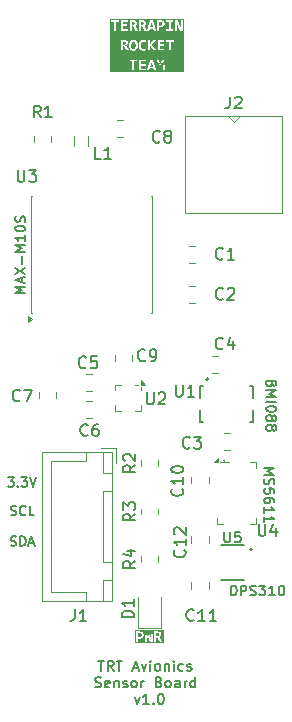
<source format=gbr>
%TF.GenerationSoftware,KiCad,Pcbnew,8.0.3*%
%TF.CreationDate,2024-09-04T20:20:35-04:00*%
%TF.ProjectId,SensorBoardNoMCU,53656e73-6f72-4426-9f61-72644e6f4d43,rev?*%
%TF.SameCoordinates,Original*%
%TF.FileFunction,Legend,Top*%
%TF.FilePolarity,Positive*%
%FSLAX46Y46*%
G04 Gerber Fmt 4.6, Leading zero omitted, Abs format (unit mm)*
G04 Created by KiCad (PCBNEW 8.0.3) date 2024-09-04 20:20:35*
%MOMM*%
%LPD*%
G01*
G04 APERTURE LIST*
%ADD10C,0.153000*%
%ADD11C,0.100000*%
%ADD12C,0.146400*%
%ADD13C,0.250000*%
%ADD14C,0.127300*%
%ADD15C,0.150000*%
%ADD16C,0.120000*%
%ADD17C,0.127000*%
%ADD18C,0.200000*%
%ADD19C,0.160000*%
G04 APERTURE END LIST*
D10*
X88253037Y-89056044D02*
X88367323Y-89094139D01*
X88367323Y-89094139D02*
X88557799Y-89094139D01*
X88557799Y-89094139D02*
X88633990Y-89056044D01*
X88633990Y-89056044D02*
X88672085Y-89017948D01*
X88672085Y-89017948D02*
X88710180Y-88941758D01*
X88710180Y-88941758D02*
X88710180Y-88865567D01*
X88710180Y-88865567D02*
X88672085Y-88789377D01*
X88672085Y-88789377D02*
X88633990Y-88751282D01*
X88633990Y-88751282D02*
X88557799Y-88713186D01*
X88557799Y-88713186D02*
X88405418Y-88675091D01*
X88405418Y-88675091D02*
X88329228Y-88636996D01*
X88329228Y-88636996D02*
X88291133Y-88598901D01*
X88291133Y-88598901D02*
X88253037Y-88522710D01*
X88253037Y-88522710D02*
X88253037Y-88446520D01*
X88253037Y-88446520D02*
X88291133Y-88370329D01*
X88291133Y-88370329D02*
X88329228Y-88332234D01*
X88329228Y-88332234D02*
X88405418Y-88294139D01*
X88405418Y-88294139D02*
X88595895Y-88294139D01*
X88595895Y-88294139D02*
X88710180Y-88332234D01*
X89053038Y-89094139D02*
X89053038Y-88294139D01*
X89053038Y-88294139D02*
X89243514Y-88294139D01*
X89243514Y-88294139D02*
X89357800Y-88332234D01*
X89357800Y-88332234D02*
X89433990Y-88408424D01*
X89433990Y-88408424D02*
X89472085Y-88484615D01*
X89472085Y-88484615D02*
X89510181Y-88636996D01*
X89510181Y-88636996D02*
X89510181Y-88751282D01*
X89510181Y-88751282D02*
X89472085Y-88903663D01*
X89472085Y-88903663D02*
X89433990Y-88979853D01*
X89433990Y-88979853D02*
X89357800Y-89056044D01*
X89357800Y-89056044D02*
X89243514Y-89094139D01*
X89243514Y-89094139D02*
X89053038Y-89094139D01*
X89814942Y-88865567D02*
X90195895Y-88865567D01*
X89738752Y-89094139D02*
X90005419Y-88294139D01*
X90005419Y-88294139D02*
X90272085Y-89094139D01*
D11*
X106303884Y-81802180D02*
X106351503Y-81849800D01*
X106351503Y-81849800D02*
X106303884Y-81897419D01*
X106303884Y-81897419D02*
X106256265Y-81849800D01*
X106256265Y-81849800D02*
X106303884Y-81802180D01*
X106303884Y-81802180D02*
X106303884Y-81897419D01*
D12*
X106896219Y-93289636D02*
X106896219Y-92450036D01*
X106896219Y-92450036D02*
X107096124Y-92450036D01*
X107096124Y-92450036D02*
X107216067Y-92490017D01*
X107216067Y-92490017D02*
X107296029Y-92569979D01*
X107296029Y-92569979D02*
X107336010Y-92649941D01*
X107336010Y-92649941D02*
X107375991Y-92809865D01*
X107375991Y-92809865D02*
X107375991Y-92929808D01*
X107375991Y-92929808D02*
X107336010Y-93089732D01*
X107336010Y-93089732D02*
X107296029Y-93169694D01*
X107296029Y-93169694D02*
X107216067Y-93249656D01*
X107216067Y-93249656D02*
X107096124Y-93289636D01*
X107096124Y-93289636D02*
X106896219Y-93289636D01*
X107735819Y-93289636D02*
X107735819Y-92450036D01*
X107735819Y-92450036D02*
X108055667Y-92450036D01*
X108055667Y-92450036D02*
X108135629Y-92490017D01*
X108135629Y-92490017D02*
X108175610Y-92529998D01*
X108175610Y-92529998D02*
X108215591Y-92609960D01*
X108215591Y-92609960D02*
X108215591Y-92729903D01*
X108215591Y-92729903D02*
X108175610Y-92809865D01*
X108175610Y-92809865D02*
X108135629Y-92849846D01*
X108135629Y-92849846D02*
X108055667Y-92889827D01*
X108055667Y-92889827D02*
X107735819Y-92889827D01*
X108535438Y-93249656D02*
X108655381Y-93289636D01*
X108655381Y-93289636D02*
X108855286Y-93289636D01*
X108855286Y-93289636D02*
X108935248Y-93249656D01*
X108935248Y-93249656D02*
X108975229Y-93209675D01*
X108975229Y-93209675D02*
X109015210Y-93129713D01*
X109015210Y-93129713D02*
X109015210Y-93049751D01*
X109015210Y-93049751D02*
X108975229Y-92969789D01*
X108975229Y-92969789D02*
X108935248Y-92929808D01*
X108935248Y-92929808D02*
X108855286Y-92889827D01*
X108855286Y-92889827D02*
X108695362Y-92849846D01*
X108695362Y-92849846D02*
X108615400Y-92809865D01*
X108615400Y-92809865D02*
X108575419Y-92769884D01*
X108575419Y-92769884D02*
X108535438Y-92689922D01*
X108535438Y-92689922D02*
X108535438Y-92609960D01*
X108535438Y-92609960D02*
X108575419Y-92529998D01*
X108575419Y-92529998D02*
X108615400Y-92490017D01*
X108615400Y-92490017D02*
X108695362Y-92450036D01*
X108695362Y-92450036D02*
X108895267Y-92450036D01*
X108895267Y-92450036D02*
X109015210Y-92490017D01*
X109295076Y-92450036D02*
X109814829Y-92450036D01*
X109814829Y-92450036D02*
X109534962Y-92769884D01*
X109534962Y-92769884D02*
X109654905Y-92769884D01*
X109654905Y-92769884D02*
X109734867Y-92809865D01*
X109734867Y-92809865D02*
X109774848Y-92849846D01*
X109774848Y-92849846D02*
X109814829Y-92929808D01*
X109814829Y-92929808D02*
X109814829Y-93129713D01*
X109814829Y-93129713D02*
X109774848Y-93209675D01*
X109774848Y-93209675D02*
X109734867Y-93249656D01*
X109734867Y-93249656D02*
X109654905Y-93289636D01*
X109654905Y-93289636D02*
X109415019Y-93289636D01*
X109415019Y-93289636D02*
X109335057Y-93249656D01*
X109335057Y-93249656D02*
X109295076Y-93209675D01*
X110614448Y-93289636D02*
X110134676Y-93289636D01*
X110374562Y-93289636D02*
X110374562Y-92450036D01*
X110374562Y-92450036D02*
X110294600Y-92569979D01*
X110294600Y-92569979D02*
X110214638Y-92649941D01*
X110214638Y-92649941D02*
X110134676Y-92689922D01*
X111134200Y-92450036D02*
X111214162Y-92450036D01*
X111214162Y-92450036D02*
X111294124Y-92490017D01*
X111294124Y-92490017D02*
X111334105Y-92529998D01*
X111334105Y-92529998D02*
X111374086Y-92609960D01*
X111374086Y-92609960D02*
X111414067Y-92769884D01*
X111414067Y-92769884D02*
X111414067Y-92969789D01*
X111414067Y-92969789D02*
X111374086Y-93129713D01*
X111374086Y-93129713D02*
X111334105Y-93209675D01*
X111334105Y-93209675D02*
X111294124Y-93249656D01*
X111294124Y-93249656D02*
X111214162Y-93289636D01*
X111214162Y-93289636D02*
X111134200Y-93289636D01*
X111134200Y-93289636D02*
X111054238Y-93249656D01*
X111054238Y-93249656D02*
X111014257Y-93209675D01*
X111014257Y-93209675D02*
X110974276Y-93129713D01*
X110974276Y-93129713D02*
X110934295Y-92969789D01*
X110934295Y-92969789D02*
X110934295Y-92769884D01*
X110934295Y-92769884D02*
X110974276Y-92609960D01*
X110974276Y-92609960D02*
X111014257Y-92529998D01*
X111014257Y-92529998D02*
X111054238Y-92490017D01*
X111054238Y-92490017D02*
X111134200Y-92450036D01*
D10*
X88253037Y-86456044D02*
X88367323Y-86494139D01*
X88367323Y-86494139D02*
X88557799Y-86494139D01*
X88557799Y-86494139D02*
X88633990Y-86456044D01*
X88633990Y-86456044D02*
X88672085Y-86417948D01*
X88672085Y-86417948D02*
X88710180Y-86341758D01*
X88710180Y-86341758D02*
X88710180Y-86265567D01*
X88710180Y-86265567D02*
X88672085Y-86189377D01*
X88672085Y-86189377D02*
X88633990Y-86151282D01*
X88633990Y-86151282D02*
X88557799Y-86113186D01*
X88557799Y-86113186D02*
X88405418Y-86075091D01*
X88405418Y-86075091D02*
X88329228Y-86036996D01*
X88329228Y-86036996D02*
X88291133Y-85998901D01*
X88291133Y-85998901D02*
X88253037Y-85922710D01*
X88253037Y-85922710D02*
X88253037Y-85846520D01*
X88253037Y-85846520D02*
X88291133Y-85770329D01*
X88291133Y-85770329D02*
X88329228Y-85732234D01*
X88329228Y-85732234D02*
X88405418Y-85694139D01*
X88405418Y-85694139D02*
X88595895Y-85694139D01*
X88595895Y-85694139D02*
X88710180Y-85732234D01*
X89510181Y-86417948D02*
X89472085Y-86456044D01*
X89472085Y-86456044D02*
X89357800Y-86494139D01*
X89357800Y-86494139D02*
X89281609Y-86494139D01*
X89281609Y-86494139D02*
X89167323Y-86456044D01*
X89167323Y-86456044D02*
X89091133Y-86379853D01*
X89091133Y-86379853D02*
X89053038Y-86303663D01*
X89053038Y-86303663D02*
X89014942Y-86151282D01*
X89014942Y-86151282D02*
X89014942Y-86036996D01*
X89014942Y-86036996D02*
X89053038Y-85884615D01*
X89053038Y-85884615D02*
X89091133Y-85808424D01*
X89091133Y-85808424D02*
X89167323Y-85732234D01*
X89167323Y-85732234D02*
X89281609Y-85694139D01*
X89281609Y-85694139D02*
X89357800Y-85694139D01*
X89357800Y-85694139D02*
X89472085Y-85732234D01*
X89472085Y-85732234D02*
X89510181Y-85770329D01*
X90233990Y-86494139D02*
X89853038Y-86494139D01*
X89853038Y-86494139D02*
X89853038Y-85694139D01*
X88014942Y-83294139D02*
X88510180Y-83294139D01*
X88510180Y-83294139D02*
X88243514Y-83598901D01*
X88243514Y-83598901D02*
X88357799Y-83598901D01*
X88357799Y-83598901D02*
X88433990Y-83636996D01*
X88433990Y-83636996D02*
X88472085Y-83675091D01*
X88472085Y-83675091D02*
X88510180Y-83751282D01*
X88510180Y-83751282D02*
X88510180Y-83941758D01*
X88510180Y-83941758D02*
X88472085Y-84017948D01*
X88472085Y-84017948D02*
X88433990Y-84056044D01*
X88433990Y-84056044D02*
X88357799Y-84094139D01*
X88357799Y-84094139D02*
X88129228Y-84094139D01*
X88129228Y-84094139D02*
X88053037Y-84056044D01*
X88053037Y-84056044D02*
X88014942Y-84017948D01*
X88853038Y-84017948D02*
X88891133Y-84056044D01*
X88891133Y-84056044D02*
X88853038Y-84094139D01*
X88853038Y-84094139D02*
X88814942Y-84056044D01*
X88814942Y-84056044D02*
X88853038Y-84017948D01*
X88853038Y-84017948D02*
X88853038Y-84094139D01*
X89157799Y-83294139D02*
X89653037Y-83294139D01*
X89653037Y-83294139D02*
X89386371Y-83598901D01*
X89386371Y-83598901D02*
X89500656Y-83598901D01*
X89500656Y-83598901D02*
X89576847Y-83636996D01*
X89576847Y-83636996D02*
X89614942Y-83675091D01*
X89614942Y-83675091D02*
X89653037Y-83751282D01*
X89653037Y-83751282D02*
X89653037Y-83941758D01*
X89653037Y-83941758D02*
X89614942Y-84017948D01*
X89614942Y-84017948D02*
X89576847Y-84056044D01*
X89576847Y-84056044D02*
X89500656Y-84094139D01*
X89500656Y-84094139D02*
X89272085Y-84094139D01*
X89272085Y-84094139D02*
X89195894Y-84056044D01*
X89195894Y-84056044D02*
X89157799Y-84017948D01*
X89881609Y-83294139D02*
X90148276Y-84094139D01*
X90148276Y-84094139D02*
X90414942Y-83294139D01*
D13*
G36*
X99185941Y-96481231D02*
G01*
X99234752Y-96490676D01*
X99249555Y-96495941D01*
X99292882Y-96522184D01*
X99301079Y-96530186D01*
X99327076Y-96572009D01*
X99332098Y-96586954D01*
X99338555Y-96636734D01*
X99337608Y-96658018D01*
X99326587Y-96707320D01*
X99320814Y-96720684D01*
X99291416Y-96761542D01*
X99279265Y-96772120D01*
X99234752Y-96795980D01*
X99208030Y-96803273D01*
X99157083Y-96807948D01*
X99063049Y-96807948D01*
X99063049Y-96479685D01*
X99151709Y-96479685D01*
X99185941Y-96481231D01*
G37*
G36*
X100694833Y-96480383D02*
G01*
X100746833Y-96487750D01*
X100795219Y-96508262D01*
X100800306Y-96511947D01*
X100829188Y-96551805D01*
X100837229Y-96601807D01*
X100837034Y-96609455D01*
X100824773Y-96657006D01*
X100823205Y-96659968D01*
X100789846Y-96697306D01*
X100781002Y-96703076D01*
X100735136Y-96721730D01*
X100714551Y-96725981D01*
X100664061Y-96729790D01*
X100595429Y-96729790D01*
X100595429Y-96479685D01*
X100669678Y-96479685D01*
X100694833Y-96480383D01*
G37*
G36*
X101202564Y-97355000D02*
G01*
X98767812Y-97355000D01*
X98767812Y-96807948D01*
X98892812Y-96807948D01*
X98892812Y-97230000D01*
X99063049Y-97230000D01*
X99063049Y-96948632D01*
X99149023Y-96948632D01*
X99154664Y-96948608D01*
X99208722Y-96945803D01*
X99258487Y-96938323D01*
X99308269Y-96924696D01*
X99337304Y-96913206D01*
X99381966Y-96889266D01*
X99423063Y-96857285D01*
X99439567Y-96840424D01*
X99469786Y-96800061D01*
X99492428Y-96754459D01*
X99502686Y-96724112D01*
X99512578Y-96676072D01*
X99515875Y-96625010D01*
X99515297Y-96603868D01*
X99508379Y-96552470D01*
X99492184Y-96502889D01*
X99485917Y-96489841D01*
X99458576Y-96448320D01*
X99422819Y-96413251D01*
X99401808Y-96398171D01*
X99357331Y-96374631D01*
X99309979Y-96358053D01*
X99305776Y-96356880D01*
X99256936Y-96346443D01*
X99208378Y-96340862D01*
X99155861Y-96339002D01*
X99591591Y-96339002D01*
X99641660Y-97230000D01*
X99831926Y-97230000D01*
X99919120Y-96944480D01*
X99950139Y-96824312D01*
X99982379Y-96941549D01*
X100071039Y-97230000D01*
X100269609Y-97230000D01*
X100298129Y-96729790D01*
X100426413Y-96729790D01*
X100426413Y-97230000D01*
X100595429Y-97230000D01*
X100595429Y-96854842D01*
X100627669Y-96854842D01*
X100656062Y-96857353D01*
X100702896Y-96876092D01*
X100726554Y-96896544D01*
X100752721Y-96938618D01*
X100878995Y-97230000D01*
X101077564Y-97230000D01*
X100933949Y-96926161D01*
X100932239Y-96922556D01*
X100908250Y-96877997D01*
X100878995Y-96838722D01*
X100863163Y-96824033D01*
X100818667Y-96802819D01*
X100849647Y-96796281D01*
X100897313Y-96779127D01*
X100920952Y-96766300D01*
X100959351Y-96734919D01*
X100975932Y-96714872D01*
X100999895Y-96669706D01*
X101010238Y-96631800D01*
X101014305Y-96583000D01*
X101013946Y-96566472D01*
X101007826Y-96517235D01*
X100991346Y-96468939D01*
X100963442Y-96426502D01*
X100925645Y-96392979D01*
X100917518Y-96387676D01*
X100872116Y-96365536D01*
X100822575Y-96351458D01*
X100787539Y-96345437D01*
X100737398Y-96340473D01*
X100687997Y-96339002D01*
X100426413Y-96339002D01*
X100426413Y-96729790D01*
X100298129Y-96729790D01*
X100320411Y-96339002D01*
X100176796Y-96339002D01*
X100154082Y-96924696D01*
X100151395Y-97063426D01*
X100117690Y-96955471D01*
X100013398Y-96604738D01*
X99906908Y-96604738D01*
X99807990Y-96930558D01*
X99767445Y-97064891D01*
X99761828Y-96909064D01*
X99740579Y-96339002D01*
X99591591Y-96339002D01*
X99155861Y-96339002D01*
X98892812Y-96339002D01*
X98892812Y-96807948D01*
X98767812Y-96807948D01*
X98767812Y-96214002D01*
X101202564Y-96214002D01*
X101202564Y-97355000D01*
G37*
D12*
X109710363Y-82496219D02*
X110549963Y-82496219D01*
X110549963Y-82496219D02*
X109950248Y-82776086D01*
X109950248Y-82776086D02*
X110549963Y-83055953D01*
X110549963Y-83055953D02*
X109710363Y-83055953D01*
X109750344Y-83415781D02*
X109710363Y-83535724D01*
X109710363Y-83535724D02*
X109710363Y-83735629D01*
X109710363Y-83735629D02*
X109750344Y-83815591D01*
X109750344Y-83815591D02*
X109790324Y-83855572D01*
X109790324Y-83855572D02*
X109870286Y-83895553D01*
X109870286Y-83895553D02*
X109950248Y-83895553D01*
X109950248Y-83895553D02*
X110030210Y-83855572D01*
X110030210Y-83855572D02*
X110070191Y-83815591D01*
X110070191Y-83815591D02*
X110110172Y-83735629D01*
X110110172Y-83735629D02*
X110150153Y-83575705D01*
X110150153Y-83575705D02*
X110190134Y-83495743D01*
X110190134Y-83495743D02*
X110230115Y-83455762D01*
X110230115Y-83455762D02*
X110310077Y-83415781D01*
X110310077Y-83415781D02*
X110390039Y-83415781D01*
X110390039Y-83415781D02*
X110470001Y-83455762D01*
X110470001Y-83455762D02*
X110509982Y-83495743D01*
X110509982Y-83495743D02*
X110549963Y-83575705D01*
X110549963Y-83575705D02*
X110549963Y-83775610D01*
X110549963Y-83775610D02*
X110509982Y-83895553D01*
X110549963Y-84655191D02*
X110549963Y-84255381D01*
X110549963Y-84255381D02*
X110150153Y-84215400D01*
X110150153Y-84215400D02*
X110190134Y-84255381D01*
X110190134Y-84255381D02*
X110230115Y-84335343D01*
X110230115Y-84335343D02*
X110230115Y-84535248D01*
X110230115Y-84535248D02*
X110190134Y-84615210D01*
X110190134Y-84615210D02*
X110150153Y-84655191D01*
X110150153Y-84655191D02*
X110070191Y-84695172D01*
X110070191Y-84695172D02*
X109870286Y-84695172D01*
X109870286Y-84695172D02*
X109790324Y-84655191D01*
X109790324Y-84655191D02*
X109750344Y-84615210D01*
X109750344Y-84615210D02*
X109710363Y-84535248D01*
X109710363Y-84535248D02*
X109710363Y-84335343D01*
X109710363Y-84335343D02*
X109750344Y-84255381D01*
X109750344Y-84255381D02*
X109790324Y-84215400D01*
X110549963Y-85414829D02*
X110549963Y-85254905D01*
X110549963Y-85254905D02*
X110509982Y-85174943D01*
X110509982Y-85174943D02*
X110470001Y-85134962D01*
X110470001Y-85134962D02*
X110350058Y-85055000D01*
X110350058Y-85055000D02*
X110190134Y-85015019D01*
X110190134Y-85015019D02*
X109870286Y-85015019D01*
X109870286Y-85015019D02*
X109790324Y-85055000D01*
X109790324Y-85055000D02*
X109750344Y-85094981D01*
X109750344Y-85094981D02*
X109710363Y-85174943D01*
X109710363Y-85174943D02*
X109710363Y-85334867D01*
X109710363Y-85334867D02*
X109750344Y-85414829D01*
X109750344Y-85414829D02*
X109790324Y-85454810D01*
X109790324Y-85454810D02*
X109870286Y-85494791D01*
X109870286Y-85494791D02*
X110070191Y-85494791D01*
X110070191Y-85494791D02*
X110150153Y-85454810D01*
X110150153Y-85454810D02*
X110190134Y-85414829D01*
X110190134Y-85414829D02*
X110230115Y-85334867D01*
X110230115Y-85334867D02*
X110230115Y-85174943D01*
X110230115Y-85174943D02*
X110190134Y-85094981D01*
X110190134Y-85094981D02*
X110150153Y-85055000D01*
X110150153Y-85055000D02*
X110070191Y-85015019D01*
X109710363Y-86294410D02*
X109710363Y-85814638D01*
X109710363Y-86054524D02*
X110549963Y-86054524D01*
X110549963Y-86054524D02*
X110430020Y-85974562D01*
X110430020Y-85974562D02*
X110350058Y-85894600D01*
X110350058Y-85894600D02*
X110310077Y-85814638D01*
X109710363Y-87094029D02*
X109710363Y-86614257D01*
X109710363Y-86854143D02*
X110549963Y-86854143D01*
X110549963Y-86854143D02*
X110430020Y-86774181D01*
X110430020Y-86774181D02*
X110350058Y-86694219D01*
X110350058Y-86694219D02*
X110310077Y-86614257D01*
X89489636Y-67703780D02*
X88650036Y-67703780D01*
X88650036Y-67703780D02*
X89249751Y-67423913D01*
X89249751Y-67423913D02*
X88650036Y-67144046D01*
X88650036Y-67144046D02*
X89489636Y-67144046D01*
X89249751Y-66784218D02*
X89249751Y-66384408D01*
X89489636Y-66864180D02*
X88650036Y-66584313D01*
X88650036Y-66584313D02*
X89489636Y-66304446D01*
X88650036Y-66104542D02*
X89489636Y-65544808D01*
X88650036Y-65544808D02*
X89489636Y-66104542D01*
X89169789Y-65224961D02*
X89169789Y-64585266D01*
X89489636Y-64185456D02*
X88650036Y-64185456D01*
X88650036Y-64185456D02*
X89249751Y-63905589D01*
X89249751Y-63905589D02*
X88650036Y-63625722D01*
X88650036Y-63625722D02*
X89489636Y-63625722D01*
X89489636Y-62786122D02*
X89489636Y-63265894D01*
X89489636Y-63026008D02*
X88650036Y-63026008D01*
X88650036Y-63026008D02*
X88769979Y-63105970D01*
X88769979Y-63105970D02*
X88849941Y-63185932D01*
X88849941Y-63185932D02*
X88889922Y-63265894D01*
X88650036Y-62266370D02*
X88650036Y-62186408D01*
X88650036Y-62186408D02*
X88690017Y-62106446D01*
X88690017Y-62106446D02*
X88729998Y-62066465D01*
X88729998Y-62066465D02*
X88809960Y-62026484D01*
X88809960Y-62026484D02*
X88969884Y-61986503D01*
X88969884Y-61986503D02*
X89169789Y-61986503D01*
X89169789Y-61986503D02*
X89329713Y-62026484D01*
X89329713Y-62026484D02*
X89409675Y-62066465D01*
X89409675Y-62066465D02*
X89449656Y-62106446D01*
X89449656Y-62106446D02*
X89489636Y-62186408D01*
X89489636Y-62186408D02*
X89489636Y-62266370D01*
X89489636Y-62266370D02*
X89449656Y-62346332D01*
X89449656Y-62346332D02*
X89409675Y-62386313D01*
X89409675Y-62386313D02*
X89329713Y-62426294D01*
X89329713Y-62426294D02*
X89169789Y-62466275D01*
X89169789Y-62466275D02*
X88969884Y-62466275D01*
X88969884Y-62466275D02*
X88809960Y-62426294D01*
X88809960Y-62426294D02*
X88729998Y-62386313D01*
X88729998Y-62386313D02*
X88690017Y-62346332D01*
X88690017Y-62346332D02*
X88650036Y-62266370D01*
X89449656Y-61666656D02*
X89489636Y-61546713D01*
X89489636Y-61546713D02*
X89489636Y-61346808D01*
X89489636Y-61346808D02*
X89449656Y-61266846D01*
X89449656Y-61266846D02*
X89409675Y-61226865D01*
X89409675Y-61226865D02*
X89329713Y-61186884D01*
X89329713Y-61186884D02*
X89249751Y-61186884D01*
X89249751Y-61186884D02*
X89169789Y-61226865D01*
X89169789Y-61226865D02*
X89129808Y-61266846D01*
X89129808Y-61266846D02*
X89089827Y-61346808D01*
X89089827Y-61346808D02*
X89049846Y-61506732D01*
X89049846Y-61506732D02*
X89009865Y-61586694D01*
X89009865Y-61586694D02*
X88969884Y-61626675D01*
X88969884Y-61626675D02*
X88889922Y-61666656D01*
X88889922Y-61666656D02*
X88809960Y-61666656D01*
X88809960Y-61666656D02*
X88729998Y-61626675D01*
X88729998Y-61626675D02*
X88690017Y-61586694D01*
X88690017Y-61586694D02*
X88650036Y-61506732D01*
X88650036Y-61506732D02*
X88650036Y-61306827D01*
X88650036Y-61306827D02*
X88690017Y-61186884D01*
D14*
X95676571Y-98802580D02*
X96175429Y-98802580D01*
X95926000Y-99675580D02*
X95926000Y-98802580D01*
X96965286Y-99675580D02*
X96674286Y-99259866D01*
X96466429Y-99675580D02*
X96466429Y-98802580D01*
X96466429Y-98802580D02*
X96799000Y-98802580D01*
X96799000Y-98802580D02*
X96882143Y-98844151D01*
X96882143Y-98844151D02*
X96923714Y-98885723D01*
X96923714Y-98885723D02*
X96965286Y-98968866D01*
X96965286Y-98968866D02*
X96965286Y-99093580D01*
X96965286Y-99093580D02*
X96923714Y-99176723D01*
X96923714Y-99176723D02*
X96882143Y-99218294D01*
X96882143Y-99218294D02*
X96799000Y-99259866D01*
X96799000Y-99259866D02*
X96466429Y-99259866D01*
X97214714Y-98802580D02*
X97713572Y-98802580D01*
X97464143Y-99675580D02*
X97464143Y-98802580D01*
X98628143Y-99426151D02*
X99043858Y-99426151D01*
X98545000Y-99675580D02*
X98836000Y-98802580D01*
X98836000Y-98802580D02*
X99127000Y-99675580D01*
X99334858Y-99093580D02*
X99542715Y-99675580D01*
X99542715Y-99675580D02*
X99750572Y-99093580D01*
X100083144Y-99675580D02*
X100083144Y-99093580D01*
X100083144Y-98802580D02*
X100041572Y-98844151D01*
X100041572Y-98844151D02*
X100083144Y-98885723D01*
X100083144Y-98885723D02*
X100124715Y-98844151D01*
X100124715Y-98844151D02*
X100083144Y-98802580D01*
X100083144Y-98802580D02*
X100083144Y-98885723D01*
X100623572Y-99675580D02*
X100540429Y-99634009D01*
X100540429Y-99634009D02*
X100498858Y-99592437D01*
X100498858Y-99592437D02*
X100457286Y-99509294D01*
X100457286Y-99509294D02*
X100457286Y-99259866D01*
X100457286Y-99259866D02*
X100498858Y-99176723D01*
X100498858Y-99176723D02*
X100540429Y-99135151D01*
X100540429Y-99135151D02*
X100623572Y-99093580D01*
X100623572Y-99093580D02*
X100748286Y-99093580D01*
X100748286Y-99093580D02*
X100831429Y-99135151D01*
X100831429Y-99135151D02*
X100873001Y-99176723D01*
X100873001Y-99176723D02*
X100914572Y-99259866D01*
X100914572Y-99259866D02*
X100914572Y-99509294D01*
X100914572Y-99509294D02*
X100873001Y-99592437D01*
X100873001Y-99592437D02*
X100831429Y-99634009D01*
X100831429Y-99634009D02*
X100748286Y-99675580D01*
X100748286Y-99675580D02*
X100623572Y-99675580D01*
X101288715Y-99093580D02*
X101288715Y-99675580D01*
X101288715Y-99176723D02*
X101330286Y-99135151D01*
X101330286Y-99135151D02*
X101413429Y-99093580D01*
X101413429Y-99093580D02*
X101538143Y-99093580D01*
X101538143Y-99093580D02*
X101621286Y-99135151D01*
X101621286Y-99135151D02*
X101662858Y-99218294D01*
X101662858Y-99218294D02*
X101662858Y-99675580D01*
X102078572Y-99675580D02*
X102078572Y-99093580D01*
X102078572Y-98802580D02*
X102037000Y-98844151D01*
X102037000Y-98844151D02*
X102078572Y-98885723D01*
X102078572Y-98885723D02*
X102120143Y-98844151D01*
X102120143Y-98844151D02*
X102078572Y-98802580D01*
X102078572Y-98802580D02*
X102078572Y-98885723D01*
X102868429Y-99634009D02*
X102785286Y-99675580D01*
X102785286Y-99675580D02*
X102619000Y-99675580D01*
X102619000Y-99675580D02*
X102535857Y-99634009D01*
X102535857Y-99634009D02*
X102494286Y-99592437D01*
X102494286Y-99592437D02*
X102452714Y-99509294D01*
X102452714Y-99509294D02*
X102452714Y-99259866D01*
X102452714Y-99259866D02*
X102494286Y-99176723D01*
X102494286Y-99176723D02*
X102535857Y-99135151D01*
X102535857Y-99135151D02*
X102619000Y-99093580D01*
X102619000Y-99093580D02*
X102785286Y-99093580D01*
X102785286Y-99093580D02*
X102868429Y-99135151D01*
X103201000Y-99634009D02*
X103284143Y-99675580D01*
X103284143Y-99675580D02*
X103450429Y-99675580D01*
X103450429Y-99675580D02*
X103533572Y-99634009D01*
X103533572Y-99634009D02*
X103575143Y-99550866D01*
X103575143Y-99550866D02*
X103575143Y-99509294D01*
X103575143Y-99509294D02*
X103533572Y-99426151D01*
X103533572Y-99426151D02*
X103450429Y-99384580D01*
X103450429Y-99384580D02*
X103325715Y-99384580D01*
X103325715Y-99384580D02*
X103242572Y-99343009D01*
X103242572Y-99343009D02*
X103201000Y-99259866D01*
X103201000Y-99259866D02*
X103201000Y-99218294D01*
X103201000Y-99218294D02*
X103242572Y-99135151D01*
X103242572Y-99135151D02*
X103325715Y-99093580D01*
X103325715Y-99093580D02*
X103450429Y-99093580D01*
X103450429Y-99093580D02*
X103533572Y-99135151D01*
X95406356Y-101039490D02*
X95531071Y-101081061D01*
X95531071Y-101081061D02*
X95738928Y-101081061D01*
X95738928Y-101081061D02*
X95822071Y-101039490D01*
X95822071Y-101039490D02*
X95863642Y-100997918D01*
X95863642Y-100997918D02*
X95905213Y-100914775D01*
X95905213Y-100914775D02*
X95905213Y-100831632D01*
X95905213Y-100831632D02*
X95863642Y-100748490D01*
X95863642Y-100748490D02*
X95822071Y-100706918D01*
X95822071Y-100706918D02*
X95738928Y-100665347D01*
X95738928Y-100665347D02*
X95572642Y-100623775D01*
X95572642Y-100623775D02*
X95489499Y-100582204D01*
X95489499Y-100582204D02*
X95447928Y-100540632D01*
X95447928Y-100540632D02*
X95406356Y-100457490D01*
X95406356Y-100457490D02*
X95406356Y-100374347D01*
X95406356Y-100374347D02*
X95447928Y-100291204D01*
X95447928Y-100291204D02*
X95489499Y-100249632D01*
X95489499Y-100249632D02*
X95572642Y-100208061D01*
X95572642Y-100208061D02*
X95780499Y-100208061D01*
X95780499Y-100208061D02*
X95905213Y-100249632D01*
X96611928Y-101039490D02*
X96528785Y-101081061D01*
X96528785Y-101081061D02*
X96362500Y-101081061D01*
X96362500Y-101081061D02*
X96279357Y-101039490D01*
X96279357Y-101039490D02*
X96237785Y-100956347D01*
X96237785Y-100956347D02*
X96237785Y-100623775D01*
X96237785Y-100623775D02*
X96279357Y-100540632D01*
X96279357Y-100540632D02*
X96362500Y-100499061D01*
X96362500Y-100499061D02*
X96528785Y-100499061D01*
X96528785Y-100499061D02*
X96611928Y-100540632D01*
X96611928Y-100540632D02*
X96653500Y-100623775D01*
X96653500Y-100623775D02*
X96653500Y-100706918D01*
X96653500Y-100706918D02*
X96237785Y-100790061D01*
X97027643Y-100499061D02*
X97027643Y-101081061D01*
X97027643Y-100582204D02*
X97069214Y-100540632D01*
X97069214Y-100540632D02*
X97152357Y-100499061D01*
X97152357Y-100499061D02*
X97277071Y-100499061D01*
X97277071Y-100499061D02*
X97360214Y-100540632D01*
X97360214Y-100540632D02*
X97401786Y-100623775D01*
X97401786Y-100623775D02*
X97401786Y-101081061D01*
X97775928Y-101039490D02*
X97859071Y-101081061D01*
X97859071Y-101081061D02*
X98025357Y-101081061D01*
X98025357Y-101081061D02*
X98108500Y-101039490D01*
X98108500Y-101039490D02*
X98150071Y-100956347D01*
X98150071Y-100956347D02*
X98150071Y-100914775D01*
X98150071Y-100914775D02*
X98108500Y-100831632D01*
X98108500Y-100831632D02*
X98025357Y-100790061D01*
X98025357Y-100790061D02*
X97900643Y-100790061D01*
X97900643Y-100790061D02*
X97817500Y-100748490D01*
X97817500Y-100748490D02*
X97775928Y-100665347D01*
X97775928Y-100665347D02*
X97775928Y-100623775D01*
X97775928Y-100623775D02*
X97817500Y-100540632D01*
X97817500Y-100540632D02*
X97900643Y-100499061D01*
X97900643Y-100499061D02*
X98025357Y-100499061D01*
X98025357Y-100499061D02*
X98108500Y-100540632D01*
X98648928Y-101081061D02*
X98565785Y-101039490D01*
X98565785Y-101039490D02*
X98524214Y-100997918D01*
X98524214Y-100997918D02*
X98482642Y-100914775D01*
X98482642Y-100914775D02*
X98482642Y-100665347D01*
X98482642Y-100665347D02*
X98524214Y-100582204D01*
X98524214Y-100582204D02*
X98565785Y-100540632D01*
X98565785Y-100540632D02*
X98648928Y-100499061D01*
X98648928Y-100499061D02*
X98773642Y-100499061D01*
X98773642Y-100499061D02*
X98856785Y-100540632D01*
X98856785Y-100540632D02*
X98898357Y-100582204D01*
X98898357Y-100582204D02*
X98939928Y-100665347D01*
X98939928Y-100665347D02*
X98939928Y-100914775D01*
X98939928Y-100914775D02*
X98898357Y-100997918D01*
X98898357Y-100997918D02*
X98856785Y-101039490D01*
X98856785Y-101039490D02*
X98773642Y-101081061D01*
X98773642Y-101081061D02*
X98648928Y-101081061D01*
X99314071Y-101081061D02*
X99314071Y-100499061D01*
X99314071Y-100665347D02*
X99355642Y-100582204D01*
X99355642Y-100582204D02*
X99397214Y-100540632D01*
X99397214Y-100540632D02*
X99480356Y-100499061D01*
X99480356Y-100499061D02*
X99563499Y-100499061D01*
X100810643Y-100623775D02*
X100935357Y-100665347D01*
X100935357Y-100665347D02*
X100976928Y-100706918D01*
X100976928Y-100706918D02*
X101018500Y-100790061D01*
X101018500Y-100790061D02*
X101018500Y-100914775D01*
X101018500Y-100914775D02*
X100976928Y-100997918D01*
X100976928Y-100997918D02*
X100935357Y-101039490D01*
X100935357Y-101039490D02*
X100852214Y-101081061D01*
X100852214Y-101081061D02*
X100519643Y-101081061D01*
X100519643Y-101081061D02*
X100519643Y-100208061D01*
X100519643Y-100208061D02*
X100810643Y-100208061D01*
X100810643Y-100208061D02*
X100893786Y-100249632D01*
X100893786Y-100249632D02*
X100935357Y-100291204D01*
X100935357Y-100291204D02*
X100976928Y-100374347D01*
X100976928Y-100374347D02*
X100976928Y-100457490D01*
X100976928Y-100457490D02*
X100935357Y-100540632D01*
X100935357Y-100540632D02*
X100893786Y-100582204D01*
X100893786Y-100582204D02*
X100810643Y-100623775D01*
X100810643Y-100623775D02*
X100519643Y-100623775D01*
X101517357Y-101081061D02*
X101434214Y-101039490D01*
X101434214Y-101039490D02*
X101392643Y-100997918D01*
X101392643Y-100997918D02*
X101351071Y-100914775D01*
X101351071Y-100914775D02*
X101351071Y-100665347D01*
X101351071Y-100665347D02*
X101392643Y-100582204D01*
X101392643Y-100582204D02*
X101434214Y-100540632D01*
X101434214Y-100540632D02*
X101517357Y-100499061D01*
X101517357Y-100499061D02*
X101642071Y-100499061D01*
X101642071Y-100499061D02*
X101725214Y-100540632D01*
X101725214Y-100540632D02*
X101766786Y-100582204D01*
X101766786Y-100582204D02*
X101808357Y-100665347D01*
X101808357Y-100665347D02*
X101808357Y-100914775D01*
X101808357Y-100914775D02*
X101766786Y-100997918D01*
X101766786Y-100997918D02*
X101725214Y-101039490D01*
X101725214Y-101039490D02*
X101642071Y-101081061D01*
X101642071Y-101081061D02*
X101517357Y-101081061D01*
X102556643Y-101081061D02*
X102556643Y-100623775D01*
X102556643Y-100623775D02*
X102515071Y-100540632D01*
X102515071Y-100540632D02*
X102431928Y-100499061D01*
X102431928Y-100499061D02*
X102265643Y-100499061D01*
X102265643Y-100499061D02*
X102182500Y-100540632D01*
X102556643Y-101039490D02*
X102473500Y-101081061D01*
X102473500Y-101081061D02*
X102265643Y-101081061D01*
X102265643Y-101081061D02*
X102182500Y-101039490D01*
X102182500Y-101039490D02*
X102140928Y-100956347D01*
X102140928Y-100956347D02*
X102140928Y-100873204D01*
X102140928Y-100873204D02*
X102182500Y-100790061D01*
X102182500Y-100790061D02*
X102265643Y-100748490D01*
X102265643Y-100748490D02*
X102473500Y-100748490D01*
X102473500Y-100748490D02*
X102556643Y-100706918D01*
X102972357Y-101081061D02*
X102972357Y-100499061D01*
X102972357Y-100665347D02*
X103013928Y-100582204D01*
X103013928Y-100582204D02*
X103055500Y-100540632D01*
X103055500Y-100540632D02*
X103138642Y-100499061D01*
X103138642Y-100499061D02*
X103221785Y-100499061D01*
X103886929Y-101081061D02*
X103886929Y-100208061D01*
X103886929Y-101039490D02*
X103803786Y-101081061D01*
X103803786Y-101081061D02*
X103637500Y-101081061D01*
X103637500Y-101081061D02*
X103554357Y-101039490D01*
X103554357Y-101039490D02*
X103512786Y-100997918D01*
X103512786Y-100997918D02*
X103471214Y-100914775D01*
X103471214Y-100914775D02*
X103471214Y-100665347D01*
X103471214Y-100665347D02*
X103512786Y-100582204D01*
X103512786Y-100582204D02*
X103554357Y-100540632D01*
X103554357Y-100540632D02*
X103637500Y-100499061D01*
X103637500Y-100499061D02*
X103803786Y-100499061D01*
X103803786Y-100499061D02*
X103886929Y-100540632D01*
X98752857Y-101904542D02*
X98960714Y-102486542D01*
X98960714Y-102486542D02*
X99168571Y-101904542D01*
X99958428Y-102486542D02*
X99459571Y-102486542D01*
X99709000Y-102486542D02*
X99709000Y-101613542D01*
X99709000Y-101613542D02*
X99625857Y-101738256D01*
X99625857Y-101738256D02*
X99542714Y-101821399D01*
X99542714Y-101821399D02*
X99459571Y-101862971D01*
X100332572Y-102403399D02*
X100374143Y-102444971D01*
X100374143Y-102444971D02*
X100332572Y-102486542D01*
X100332572Y-102486542D02*
X100291000Y-102444971D01*
X100291000Y-102444971D02*
X100332572Y-102403399D01*
X100332572Y-102403399D02*
X100332572Y-102486542D01*
X100914571Y-101613542D02*
X100997714Y-101613542D01*
X100997714Y-101613542D02*
X101080857Y-101655113D01*
X101080857Y-101655113D02*
X101122429Y-101696685D01*
X101122429Y-101696685D02*
X101164000Y-101779828D01*
X101164000Y-101779828D02*
X101205571Y-101946113D01*
X101205571Y-101946113D02*
X101205571Y-102153971D01*
X101205571Y-102153971D02*
X101164000Y-102320256D01*
X101164000Y-102320256D02*
X101122429Y-102403399D01*
X101122429Y-102403399D02*
X101080857Y-102444971D01*
X101080857Y-102444971D02*
X100997714Y-102486542D01*
X100997714Y-102486542D02*
X100914571Y-102486542D01*
X100914571Y-102486542D02*
X100831429Y-102444971D01*
X100831429Y-102444971D02*
X100789857Y-102403399D01*
X100789857Y-102403399D02*
X100748286Y-102320256D01*
X100748286Y-102320256D02*
X100706714Y-102153971D01*
X100706714Y-102153971D02*
X100706714Y-101946113D01*
X100706714Y-101946113D02*
X100748286Y-101779828D01*
X100748286Y-101779828D02*
X100789857Y-101696685D01*
X100789857Y-101696685D02*
X100831429Y-101655113D01*
X100831429Y-101655113D02*
X100914571Y-101613542D01*
D12*
X110350153Y-75376086D02*
X110310172Y-75496029D01*
X110310172Y-75496029D02*
X110270191Y-75536010D01*
X110270191Y-75536010D02*
X110190229Y-75575991D01*
X110190229Y-75575991D02*
X110070286Y-75575991D01*
X110070286Y-75575991D02*
X109990324Y-75536010D01*
X109990324Y-75536010D02*
X109950344Y-75496029D01*
X109950344Y-75496029D02*
X109910363Y-75416067D01*
X109910363Y-75416067D02*
X109910363Y-75096219D01*
X109910363Y-75096219D02*
X110749963Y-75096219D01*
X110749963Y-75096219D02*
X110749963Y-75376086D01*
X110749963Y-75376086D02*
X110709982Y-75456048D01*
X110709982Y-75456048D02*
X110670001Y-75496029D01*
X110670001Y-75496029D02*
X110590039Y-75536010D01*
X110590039Y-75536010D02*
X110510077Y-75536010D01*
X110510077Y-75536010D02*
X110430115Y-75496029D01*
X110430115Y-75496029D02*
X110390134Y-75456048D01*
X110390134Y-75456048D02*
X110350153Y-75376086D01*
X110350153Y-75376086D02*
X110350153Y-75096219D01*
X109910363Y-75935819D02*
X110749963Y-75935819D01*
X110749963Y-75935819D02*
X110150248Y-76215686D01*
X110150248Y-76215686D02*
X110749963Y-76495553D01*
X110749963Y-76495553D02*
X109910363Y-76495553D01*
X109910363Y-76895362D02*
X110749963Y-76895362D01*
X110749963Y-77455096D02*
X110749963Y-77535058D01*
X110749963Y-77535058D02*
X110709982Y-77615020D01*
X110709982Y-77615020D02*
X110670001Y-77655001D01*
X110670001Y-77655001D02*
X110590039Y-77694982D01*
X110590039Y-77694982D02*
X110430115Y-77734963D01*
X110430115Y-77734963D02*
X110230210Y-77734963D01*
X110230210Y-77734963D02*
X110070286Y-77694982D01*
X110070286Y-77694982D02*
X109990324Y-77655001D01*
X109990324Y-77655001D02*
X109950344Y-77615020D01*
X109950344Y-77615020D02*
X109910363Y-77535058D01*
X109910363Y-77535058D02*
X109910363Y-77455096D01*
X109910363Y-77455096D02*
X109950344Y-77375134D01*
X109950344Y-77375134D02*
X109990324Y-77335153D01*
X109990324Y-77335153D02*
X110070286Y-77295172D01*
X110070286Y-77295172D02*
X110230210Y-77255191D01*
X110230210Y-77255191D02*
X110430115Y-77255191D01*
X110430115Y-77255191D02*
X110590039Y-77295172D01*
X110590039Y-77295172D02*
X110670001Y-77335153D01*
X110670001Y-77335153D02*
X110709982Y-77375134D01*
X110709982Y-77375134D02*
X110749963Y-77455096D01*
X110390134Y-78214734D02*
X110430115Y-78134772D01*
X110430115Y-78134772D02*
X110470096Y-78094791D01*
X110470096Y-78094791D02*
X110550058Y-78054810D01*
X110550058Y-78054810D02*
X110590039Y-78054810D01*
X110590039Y-78054810D02*
X110670001Y-78094791D01*
X110670001Y-78094791D02*
X110709982Y-78134772D01*
X110709982Y-78134772D02*
X110749963Y-78214734D01*
X110749963Y-78214734D02*
X110749963Y-78374658D01*
X110749963Y-78374658D02*
X110709982Y-78454620D01*
X110709982Y-78454620D02*
X110670001Y-78494601D01*
X110670001Y-78494601D02*
X110590039Y-78534582D01*
X110590039Y-78534582D02*
X110550058Y-78534582D01*
X110550058Y-78534582D02*
X110470096Y-78494601D01*
X110470096Y-78494601D02*
X110430115Y-78454620D01*
X110430115Y-78454620D02*
X110390134Y-78374658D01*
X110390134Y-78374658D02*
X110390134Y-78214734D01*
X110390134Y-78214734D02*
X110350153Y-78134772D01*
X110350153Y-78134772D02*
X110310172Y-78094791D01*
X110310172Y-78094791D02*
X110230210Y-78054810D01*
X110230210Y-78054810D02*
X110070286Y-78054810D01*
X110070286Y-78054810D02*
X109990324Y-78094791D01*
X109990324Y-78094791D02*
X109950344Y-78134772D01*
X109950344Y-78134772D02*
X109910363Y-78214734D01*
X109910363Y-78214734D02*
X109910363Y-78374658D01*
X109910363Y-78374658D02*
X109950344Y-78454620D01*
X109950344Y-78454620D02*
X109990324Y-78494601D01*
X109990324Y-78494601D02*
X110070286Y-78534582D01*
X110070286Y-78534582D02*
X110230210Y-78534582D01*
X110230210Y-78534582D02*
X110310172Y-78494601D01*
X110310172Y-78494601D02*
X110350153Y-78454620D01*
X110350153Y-78454620D02*
X110390134Y-78374658D01*
X110390134Y-79014353D02*
X110430115Y-78934391D01*
X110430115Y-78934391D02*
X110470096Y-78894410D01*
X110470096Y-78894410D02*
X110550058Y-78854429D01*
X110550058Y-78854429D02*
X110590039Y-78854429D01*
X110590039Y-78854429D02*
X110670001Y-78894410D01*
X110670001Y-78894410D02*
X110709982Y-78934391D01*
X110709982Y-78934391D02*
X110749963Y-79014353D01*
X110749963Y-79014353D02*
X110749963Y-79174277D01*
X110749963Y-79174277D02*
X110709982Y-79254239D01*
X110709982Y-79254239D02*
X110670001Y-79294220D01*
X110670001Y-79294220D02*
X110590039Y-79334201D01*
X110590039Y-79334201D02*
X110550058Y-79334201D01*
X110550058Y-79334201D02*
X110470096Y-79294220D01*
X110470096Y-79294220D02*
X110430115Y-79254239D01*
X110430115Y-79254239D02*
X110390134Y-79174277D01*
X110390134Y-79174277D02*
X110390134Y-79014353D01*
X110390134Y-79014353D02*
X110350153Y-78934391D01*
X110350153Y-78934391D02*
X110310172Y-78894410D01*
X110310172Y-78894410D02*
X110230210Y-78854429D01*
X110230210Y-78854429D02*
X110070286Y-78854429D01*
X110070286Y-78854429D02*
X109990324Y-78894410D01*
X109990324Y-78894410D02*
X109950344Y-78934391D01*
X109950344Y-78934391D02*
X109910363Y-79014353D01*
X109910363Y-79014353D02*
X109910363Y-79174277D01*
X109910363Y-79174277D02*
X109950344Y-79254239D01*
X109950344Y-79254239D02*
X109990324Y-79294220D01*
X109990324Y-79294220D02*
X110070286Y-79334201D01*
X110070286Y-79334201D02*
X110230210Y-79334201D01*
X110230210Y-79334201D02*
X110310172Y-79294220D01*
X110310172Y-79294220D02*
X110350153Y-79254239D01*
X110350153Y-79254239D02*
X110390134Y-79174277D01*
D13*
G36*
X100296546Y-48517369D02*
G01*
X100061829Y-48517369D01*
X100179798Y-48091898D01*
X100296546Y-48517369D01*
G37*
G36*
X98660880Y-46399985D02*
G01*
X98714394Y-46410470D01*
X98757127Y-46435935D01*
X98789079Y-46476378D01*
X98801392Y-46502200D01*
X98816753Y-46551552D01*
X98825811Y-46602850D01*
X98830319Y-46652847D01*
X98831821Y-46708408D01*
X98831461Y-46735036D01*
X98828576Y-46784838D01*
X98821563Y-46837124D01*
X98809316Y-46885696D01*
X98789079Y-46931402D01*
X98770806Y-46957551D01*
X98732414Y-46989532D01*
X98699356Y-47003056D01*
X98648883Y-47009316D01*
X98637003Y-47009017D01*
X98583900Y-46998565D01*
X98541291Y-46973182D01*
X98509177Y-46932868D01*
X98496793Y-46906975D01*
X98481344Y-46857535D01*
X98472235Y-46806186D01*
X98467701Y-46756163D01*
X98466190Y-46700593D01*
X98466550Y-46673974D01*
X98469436Y-46624240D01*
X98476448Y-46572121D01*
X98488695Y-46523374D01*
X98508932Y-46477599D01*
X98527468Y-46451450D01*
X98565841Y-46419469D01*
X98598686Y-46405945D01*
X98648883Y-46399685D01*
X98660880Y-46399985D01*
G37*
G36*
X97850451Y-46400383D02*
G01*
X97902452Y-46407750D01*
X97950837Y-46428262D01*
X97955924Y-46431947D01*
X97984806Y-46471805D01*
X97992847Y-46521807D01*
X97992652Y-46529455D01*
X97980391Y-46577006D01*
X97978823Y-46579968D01*
X97945464Y-46617306D01*
X97936620Y-46623076D01*
X97890754Y-46641730D01*
X97870169Y-46645981D01*
X97819679Y-46649790D01*
X97751047Y-46649790D01*
X97751047Y-46399685D01*
X97825297Y-46399685D01*
X97850451Y-46400383D01*
G37*
G36*
X98619328Y-44720383D02*
G01*
X98671328Y-44727750D01*
X98719714Y-44748262D01*
X98724801Y-44751947D01*
X98753683Y-44791805D01*
X98761724Y-44841807D01*
X98761529Y-44849455D01*
X98749268Y-44897006D01*
X98747700Y-44899968D01*
X98714341Y-44937306D01*
X98705497Y-44943076D01*
X98659631Y-44961730D01*
X98639046Y-44965981D01*
X98588556Y-44969790D01*
X98519924Y-44969790D01*
X98519924Y-44719685D01*
X98594173Y-44719685D01*
X98619328Y-44720383D01*
G37*
G36*
X99388204Y-44720383D02*
G01*
X99440205Y-44727750D01*
X99488591Y-44748262D01*
X99493678Y-44751947D01*
X99522560Y-44791805D01*
X99530601Y-44841807D01*
X99530406Y-44849455D01*
X99518144Y-44897006D01*
X99516577Y-44899968D01*
X99483217Y-44937306D01*
X99474373Y-44943076D01*
X99428507Y-44961730D01*
X99407923Y-44965981D01*
X99357432Y-44969790D01*
X99288800Y-44969790D01*
X99288800Y-44719685D01*
X99363050Y-44719685D01*
X99388204Y-44720383D01*
G37*
G36*
X100296546Y-45157369D02*
G01*
X100061829Y-45157369D01*
X100179798Y-44731898D01*
X100296546Y-45157369D01*
G37*
G36*
X100954819Y-44721231D02*
G01*
X101003629Y-44730676D01*
X101018432Y-44735941D01*
X101061759Y-44762184D01*
X101069956Y-44770186D01*
X101095953Y-44812009D01*
X101100975Y-44826954D01*
X101107432Y-44876734D01*
X101106486Y-44898018D01*
X101095464Y-44947320D01*
X101089691Y-44960684D01*
X101060294Y-45001542D01*
X101048142Y-45012120D01*
X101003629Y-45035980D01*
X100976907Y-45043273D01*
X100925960Y-45047948D01*
X100831926Y-45047948D01*
X100831926Y-44719685D01*
X100920587Y-44719685D01*
X100954819Y-44721231D01*
G37*
G36*
X102946040Y-48955000D02*
G01*
X96653716Y-48955000D01*
X96653716Y-48079685D01*
X98316469Y-48079685D01*
X98562422Y-48079685D01*
X98562422Y-48830000D01*
X98735590Y-48830000D01*
X99157642Y-48830000D01*
X99698151Y-48830000D01*
X99802687Y-48830000D01*
X99970482Y-48830000D01*
X100021284Y-48658053D01*
X100334404Y-48658053D01*
X100383985Y-48830000D01*
X100570831Y-48830000D01*
X100599896Y-48830000D01*
X100743266Y-48830000D01*
X100758409Y-48321974D01*
X100763294Y-48124870D01*
X100801152Y-48253342D01*
X100891033Y-48564263D01*
X100996790Y-48564263D01*
X101096441Y-48253342D01*
X101139672Y-48124870D01*
X101145779Y-48326127D01*
X101162387Y-48830000D01*
X101311375Y-48830000D01*
X101266923Y-47939002D01*
X101072506Y-47939002D01*
X100989463Y-48207424D01*
X100951605Y-48345666D01*
X100913748Y-48199120D01*
X100834613Y-47939002D01*
X100643860Y-47939002D01*
X100599896Y-48830000D01*
X100570831Y-48830000D01*
X100304850Y-47939002D01*
X100068668Y-47939002D01*
X99896014Y-48517369D01*
X99802687Y-48830000D01*
X99698151Y-48830000D01*
X99698151Y-48689316D01*
X99329344Y-48689316D01*
X99329344Y-48439211D01*
X99681054Y-48439211D01*
X99681054Y-48298527D01*
X99329344Y-48298527D01*
X99329344Y-48079685D01*
X99698151Y-48079685D01*
X99698151Y-47939002D01*
X99157642Y-47939002D01*
X99157642Y-48830000D01*
X98735590Y-48830000D01*
X98735590Y-48079685D01*
X98981543Y-48079685D01*
X98981543Y-47939002D01*
X98316469Y-47939002D01*
X98316469Y-48079685D01*
X96653716Y-48079685D01*
X96653716Y-46649790D01*
X97582031Y-46649790D01*
X97582031Y-47150000D01*
X97751047Y-47150000D01*
X97751047Y-46774842D01*
X97783287Y-46774842D01*
X97811680Y-46777353D01*
X97858514Y-46796092D01*
X97882172Y-46816544D01*
X97908339Y-46858618D01*
X98034613Y-47150000D01*
X98233182Y-47150000D01*
X98089567Y-46846161D01*
X98087857Y-46842556D01*
X98063868Y-46797997D01*
X98034613Y-46758722D01*
X98018781Y-46744033D01*
X97974285Y-46722819D01*
X98005265Y-46716281D01*
X98026461Y-46708653D01*
X98287648Y-46708653D01*
X98287996Y-46736113D01*
X98290782Y-46788549D01*
X98298182Y-46849435D01*
X98309935Y-46905146D01*
X98326041Y-46955681D01*
X98346500Y-47001040D01*
X98376797Y-47048639D01*
X98400519Y-47076059D01*
X98441254Y-47110334D01*
X98488172Y-47136383D01*
X98541272Y-47154206D01*
X98590244Y-47162775D01*
X98643510Y-47165631D01*
X98690231Y-47162983D01*
X98739530Y-47153955D01*
X98786636Y-47138520D01*
X98826922Y-47118561D01*
X98867325Y-47089994D01*
X98903629Y-47054501D01*
X98912782Y-47043601D01*
X98940565Y-47003301D01*
X98964149Y-46956895D01*
X98981786Y-46909909D01*
X98995600Y-46857685D01*
X99004084Y-46806852D01*
X99008995Y-46751866D01*
X99009877Y-46718667D01*
X99087544Y-46718667D01*
X99088471Y-46759121D01*
X99092593Y-46810122D01*
X99101171Y-46863484D01*
X99113922Y-46912595D01*
X99115610Y-46917790D01*
X99135111Y-46966820D01*
X99159382Y-47010554D01*
X99191591Y-47052547D01*
X99225914Y-47084961D01*
X99268903Y-47114391D01*
X99317376Y-47137299D01*
X99336347Y-47143939D01*
X99386813Y-47156667D01*
X99435943Y-47163390D01*
X99488590Y-47165631D01*
X99503661Y-47165448D01*
X99555266Y-47161922D01*
X99605094Y-47153907D01*
X99622668Y-47150022D01*
X99622747Y-47150000D01*
X99888660Y-47150000D01*
X100060363Y-47150000D01*
X100060363Y-46719155D01*
X100330251Y-47150000D01*
X100548849Y-47150000D01*
X100695394Y-47150000D01*
X101235904Y-47150000D01*
X101235904Y-47009316D01*
X100867097Y-47009316D01*
X100867097Y-46759211D01*
X101218807Y-46759211D01*
X101218807Y-46618527D01*
X100867097Y-46618527D01*
X100867097Y-46399685D01*
X101235904Y-46399685D01*
X101391975Y-46399685D01*
X101637927Y-46399685D01*
X101637927Y-47150000D01*
X101811096Y-47150000D01*
X101811096Y-46399685D01*
X102057048Y-46399685D01*
X102057048Y-46259002D01*
X101391975Y-46259002D01*
X101391975Y-46399685D01*
X101235904Y-46399685D01*
X101235904Y-46259002D01*
X100695394Y-46259002D01*
X100695394Y-47150000D01*
X100548849Y-47150000D01*
X100227913Y-46687648D01*
X100532973Y-46259002D01*
X100329030Y-46259002D01*
X100060363Y-46674459D01*
X100060363Y-46259002D01*
X99888660Y-46259002D01*
X99888660Y-47150000D01*
X99622747Y-47150000D01*
X99672891Y-47135970D01*
X99720865Y-47118736D01*
X99720865Y-46962421D01*
X99718012Y-46963550D01*
X99671772Y-46980251D01*
X99666818Y-46981834D01*
X99618039Y-46995150D01*
X99612962Y-46996319D01*
X99564550Y-47005408D01*
X99515457Y-47009316D01*
X99503746Y-47009135D01*
X99453070Y-47003525D01*
X99406036Y-46988799D01*
X99366584Y-46965486D01*
X99330565Y-46929204D01*
X99328733Y-46926745D01*
X99303507Y-46882857D01*
X99286846Y-46833949D01*
X99281421Y-46808553D01*
X99274882Y-46757604D01*
X99272924Y-46706210D01*
X99273258Y-46685419D01*
X99277252Y-46633928D01*
X99286601Y-46582623D01*
X99287486Y-46579127D01*
X99304309Y-46530294D01*
X99329588Y-46485659D01*
X99362866Y-46449450D01*
X99404082Y-46422400D01*
X99415730Y-46417076D01*
X99464573Y-46403434D01*
X99513503Y-46399685D01*
X99559115Y-46402372D01*
X99609491Y-46410432D01*
X99626184Y-46414148D01*
X99674323Y-46428360D01*
X99720865Y-46446580D01*
X99720865Y-46274633D01*
X99713691Y-46272366D01*
X99665178Y-46259490D01*
X99661852Y-46258736D01*
X99612421Y-46249720D01*
X99609151Y-46249272D01*
X99559177Y-46244836D01*
X99550609Y-46244413D01*
X99501047Y-46243370D01*
X99477466Y-46243870D01*
X99426558Y-46248651D01*
X99378625Y-46258493D01*
X99328855Y-46275366D01*
X99319388Y-46279448D01*
X99274714Y-46303267D01*
X99234476Y-46332762D01*
X99198674Y-46367934D01*
X99188862Y-46379580D01*
X99159285Y-46421902D01*
X99134527Y-46469615D01*
X99116364Y-46517166D01*
X99103755Y-46562824D01*
X99094749Y-46611627D01*
X99089345Y-46663575D01*
X99087544Y-46718667D01*
X99009877Y-46718667D01*
X99010363Y-46700348D01*
X99010014Y-46672801D01*
X99007220Y-46620221D01*
X98999800Y-46559206D01*
X98988015Y-46503428D01*
X98971865Y-46452884D01*
X98951350Y-46407577D01*
X98920970Y-46360118D01*
X98897305Y-46332755D01*
X98856642Y-46298552D01*
X98809778Y-46272557D01*
X98756716Y-46254771D01*
X98707761Y-46246220D01*
X98654501Y-46243370D01*
X98607756Y-46246041D01*
X98558375Y-46255151D01*
X98511130Y-46270725D01*
X98470973Y-46290556D01*
X98430658Y-46319036D01*
X98394382Y-46354501D01*
X98385227Y-46365402D01*
X98357406Y-46405740D01*
X98333735Y-46452232D01*
X98315980Y-46499337D01*
X98302285Y-46551443D01*
X98293874Y-46602203D01*
X98289004Y-46657146D01*
X98287860Y-46700593D01*
X98287648Y-46708653D01*
X98026461Y-46708653D01*
X98052931Y-46699127D01*
X98076570Y-46686300D01*
X98114969Y-46654919D01*
X98131550Y-46634872D01*
X98155513Y-46589706D01*
X98165856Y-46551800D01*
X98169923Y-46503000D01*
X98169564Y-46486472D01*
X98163444Y-46437235D01*
X98146964Y-46388939D01*
X98119060Y-46346502D01*
X98081263Y-46312979D01*
X98073136Y-46307676D01*
X98027734Y-46285536D01*
X97978193Y-46271458D01*
X97943157Y-46265437D01*
X97893016Y-46260473D01*
X97843615Y-46259002D01*
X97582031Y-46259002D01*
X97582031Y-46649790D01*
X96653716Y-46649790D01*
X96653716Y-44719685D01*
X96778716Y-44719685D01*
X97024669Y-44719685D01*
X97024669Y-45470000D01*
X97197837Y-45470000D01*
X97619889Y-45470000D01*
X98160398Y-45470000D01*
X98160398Y-45329316D01*
X97791591Y-45329316D01*
X97791591Y-45079211D01*
X98143301Y-45079211D01*
X98143301Y-44969790D01*
X98350908Y-44969790D01*
X98350908Y-45470000D01*
X98519924Y-45470000D01*
X98519924Y-45094842D01*
X98552164Y-45094842D01*
X98580557Y-45097353D01*
X98627391Y-45116092D01*
X98651049Y-45136544D01*
X98677216Y-45178618D01*
X98803490Y-45470000D01*
X99002059Y-45470000D01*
X98858444Y-45166161D01*
X98856734Y-45162556D01*
X98832745Y-45117997D01*
X98803490Y-45078722D01*
X98787658Y-45064033D01*
X98743162Y-45042819D01*
X98774142Y-45036281D01*
X98821808Y-45019127D01*
X98845447Y-45006300D01*
X98883846Y-44974919D01*
X98888088Y-44969790D01*
X99119784Y-44969790D01*
X99119784Y-45470000D01*
X99288800Y-45470000D01*
X99288800Y-45094842D01*
X99321040Y-45094842D01*
X99349434Y-45097353D01*
X99396267Y-45116092D01*
X99419926Y-45136544D01*
X99446093Y-45178618D01*
X99572366Y-45470000D01*
X99770936Y-45470000D01*
X99802687Y-45470000D01*
X99970482Y-45470000D01*
X100021284Y-45298053D01*
X100334404Y-45298053D01*
X100383985Y-45470000D01*
X100570831Y-45470000D01*
X100444840Y-45047948D01*
X100661689Y-45047948D01*
X100661689Y-45470000D01*
X100831926Y-45470000D01*
X100831926Y-45188632D01*
X100917900Y-45188632D01*
X100923542Y-45188608D01*
X100977600Y-45185803D01*
X101027364Y-45178323D01*
X101077146Y-45164696D01*
X101106181Y-45153206D01*
X101150843Y-45129266D01*
X101191940Y-45097285D01*
X101208444Y-45080424D01*
X101238664Y-45040061D01*
X101261305Y-44994459D01*
X101271564Y-44964112D01*
X101281455Y-44916072D01*
X101284753Y-44865010D01*
X101284174Y-44843868D01*
X101277257Y-44792470D01*
X101261061Y-44742889D01*
X101254795Y-44729841D01*
X101248107Y-44719685D01*
X101440824Y-44719685D01*
X101638661Y-44719685D01*
X101638661Y-45329316D01*
X101440824Y-45329316D01*
X101440824Y-45470000D01*
X102008200Y-45470000D01*
X102171110Y-45470000D01*
X102324983Y-45470000D01*
X102324983Y-45193272D01*
X102324983Y-44823733D01*
X102374564Y-44938283D01*
X102614899Y-45470000D01*
X102821040Y-45470000D01*
X102821040Y-44579002D01*
X102667167Y-44579002D01*
X102667167Y-44825198D01*
X102667167Y-45218429D01*
X102623936Y-45114138D01*
X102378716Y-44579002D01*
X102171110Y-44579002D01*
X102171110Y-45470000D01*
X102008200Y-45470000D01*
X102008200Y-45329316D01*
X101810363Y-45329316D01*
X101810363Y-44719685D01*
X102008200Y-44719685D01*
X102008200Y-44579002D01*
X101440824Y-44579002D01*
X101440824Y-44719685D01*
X101248107Y-44719685D01*
X101227453Y-44688320D01*
X101191696Y-44653251D01*
X101170686Y-44638171D01*
X101126209Y-44614631D01*
X101078856Y-44598053D01*
X101074654Y-44596880D01*
X101025813Y-44586443D01*
X100977256Y-44580862D01*
X100924739Y-44579002D01*
X100661689Y-44579002D01*
X100661689Y-45047948D01*
X100444840Y-45047948D01*
X100304850Y-44579002D01*
X100068668Y-44579002D01*
X99896014Y-45157369D01*
X99802687Y-45470000D01*
X99770936Y-45470000D01*
X99627321Y-45166161D01*
X99625611Y-45162556D01*
X99601622Y-45117997D01*
X99572366Y-45078722D01*
X99556534Y-45064033D01*
X99512038Y-45042819D01*
X99543019Y-45036281D01*
X99590684Y-45019127D01*
X99614324Y-45006300D01*
X99652722Y-44974919D01*
X99669304Y-44954872D01*
X99693266Y-44909706D01*
X99703610Y-44871800D01*
X99707677Y-44823000D01*
X99707318Y-44806472D01*
X99701197Y-44757235D01*
X99684718Y-44708939D01*
X99656813Y-44666502D01*
X99619016Y-44632979D01*
X99610889Y-44627676D01*
X99565487Y-44605536D01*
X99515946Y-44591458D01*
X99480910Y-44585437D01*
X99430770Y-44580473D01*
X99381368Y-44579002D01*
X99119784Y-44579002D01*
X99119784Y-44969790D01*
X98888088Y-44969790D01*
X98900427Y-44954872D01*
X98924390Y-44909706D01*
X98934733Y-44871800D01*
X98938800Y-44823000D01*
X98938441Y-44806472D01*
X98932321Y-44757235D01*
X98915841Y-44708939D01*
X98887937Y-44666502D01*
X98850140Y-44632979D01*
X98842013Y-44627676D01*
X98796611Y-44605536D01*
X98747070Y-44591458D01*
X98712034Y-44585437D01*
X98661893Y-44580473D01*
X98612492Y-44579002D01*
X98350908Y-44579002D01*
X98350908Y-44969790D01*
X98143301Y-44969790D01*
X98143301Y-44938527D01*
X97791591Y-44938527D01*
X97791591Y-44719685D01*
X98160398Y-44719685D01*
X98160398Y-44579002D01*
X97619889Y-44579002D01*
X97619889Y-45470000D01*
X97197837Y-45470000D01*
X97197837Y-44719685D01*
X97443790Y-44719685D01*
X97443790Y-44579002D01*
X96778716Y-44579002D01*
X96778716Y-44719685D01*
X96653716Y-44719685D01*
X96653716Y-44454002D01*
X102946040Y-44454002D01*
X102946040Y-48955000D01*
G37*
D15*
X103433333Y-80759580D02*
X103385714Y-80807200D01*
X103385714Y-80807200D02*
X103242857Y-80854819D01*
X103242857Y-80854819D02*
X103147619Y-80854819D01*
X103147619Y-80854819D02*
X103004762Y-80807200D01*
X103004762Y-80807200D02*
X102909524Y-80711961D01*
X102909524Y-80711961D02*
X102861905Y-80616723D01*
X102861905Y-80616723D02*
X102814286Y-80426247D01*
X102814286Y-80426247D02*
X102814286Y-80283390D01*
X102814286Y-80283390D02*
X102861905Y-80092914D01*
X102861905Y-80092914D02*
X102909524Y-79997676D01*
X102909524Y-79997676D02*
X103004762Y-79902438D01*
X103004762Y-79902438D02*
X103147619Y-79854819D01*
X103147619Y-79854819D02*
X103242857Y-79854819D01*
X103242857Y-79854819D02*
X103385714Y-79902438D01*
X103385714Y-79902438D02*
X103433333Y-79950057D01*
X103766667Y-79854819D02*
X104385714Y-79854819D01*
X104385714Y-79854819D02*
X104052381Y-80235771D01*
X104052381Y-80235771D02*
X104195238Y-80235771D01*
X104195238Y-80235771D02*
X104290476Y-80283390D01*
X104290476Y-80283390D02*
X104338095Y-80331009D01*
X104338095Y-80331009D02*
X104385714Y-80426247D01*
X104385714Y-80426247D02*
X104385714Y-80664342D01*
X104385714Y-80664342D02*
X104338095Y-80759580D01*
X104338095Y-80759580D02*
X104290476Y-80807200D01*
X104290476Y-80807200D02*
X104195238Y-80854819D01*
X104195238Y-80854819D02*
X103909524Y-80854819D01*
X103909524Y-80854819D02*
X103814286Y-80807200D01*
X103814286Y-80807200D02*
X103766667Y-80759580D01*
X98654819Y-95138094D02*
X97654819Y-95138094D01*
X97654819Y-95138094D02*
X97654819Y-94899999D01*
X97654819Y-94899999D02*
X97702438Y-94757142D01*
X97702438Y-94757142D02*
X97797676Y-94661904D01*
X97797676Y-94661904D02*
X97892914Y-94614285D01*
X97892914Y-94614285D02*
X98083390Y-94566666D01*
X98083390Y-94566666D02*
X98226247Y-94566666D01*
X98226247Y-94566666D02*
X98416723Y-94614285D01*
X98416723Y-94614285D02*
X98511961Y-94661904D01*
X98511961Y-94661904D02*
X98607200Y-94757142D01*
X98607200Y-94757142D02*
X98654819Y-94899999D01*
X98654819Y-94899999D02*
X98654819Y-95138094D01*
X98654819Y-93614285D02*
X98654819Y-94185713D01*
X98654819Y-93899999D02*
X97654819Y-93899999D01*
X97654819Y-93899999D02*
X97797676Y-93995237D01*
X97797676Y-93995237D02*
X97892914Y-94090475D01*
X97892914Y-94090475D02*
X97940533Y-94185713D01*
X102238095Y-75454819D02*
X102238095Y-76264342D01*
X102238095Y-76264342D02*
X102285714Y-76359580D01*
X102285714Y-76359580D02*
X102333333Y-76407200D01*
X102333333Y-76407200D02*
X102428571Y-76454819D01*
X102428571Y-76454819D02*
X102619047Y-76454819D01*
X102619047Y-76454819D02*
X102714285Y-76407200D01*
X102714285Y-76407200D02*
X102761904Y-76359580D01*
X102761904Y-76359580D02*
X102809523Y-76264342D01*
X102809523Y-76264342D02*
X102809523Y-75454819D01*
X103809523Y-76454819D02*
X103238095Y-76454819D01*
X103523809Y-76454819D02*
X103523809Y-75454819D01*
X103523809Y-75454819D02*
X103428571Y-75597676D01*
X103428571Y-75597676D02*
X103333333Y-75692914D01*
X103333333Y-75692914D02*
X103238095Y-75740533D01*
X102759580Y-84242857D02*
X102807200Y-84290476D01*
X102807200Y-84290476D02*
X102854819Y-84433333D01*
X102854819Y-84433333D02*
X102854819Y-84528571D01*
X102854819Y-84528571D02*
X102807200Y-84671428D01*
X102807200Y-84671428D02*
X102711961Y-84766666D01*
X102711961Y-84766666D02*
X102616723Y-84814285D01*
X102616723Y-84814285D02*
X102426247Y-84861904D01*
X102426247Y-84861904D02*
X102283390Y-84861904D01*
X102283390Y-84861904D02*
X102092914Y-84814285D01*
X102092914Y-84814285D02*
X101997676Y-84766666D01*
X101997676Y-84766666D02*
X101902438Y-84671428D01*
X101902438Y-84671428D02*
X101854819Y-84528571D01*
X101854819Y-84528571D02*
X101854819Y-84433333D01*
X101854819Y-84433333D02*
X101902438Y-84290476D01*
X101902438Y-84290476D02*
X101950057Y-84242857D01*
X102854819Y-83290476D02*
X102854819Y-83861904D01*
X102854819Y-83576190D02*
X101854819Y-83576190D01*
X101854819Y-83576190D02*
X101997676Y-83671428D01*
X101997676Y-83671428D02*
X102092914Y-83766666D01*
X102092914Y-83766666D02*
X102140533Y-83861904D01*
X101854819Y-82671428D02*
X101854819Y-82576190D01*
X101854819Y-82576190D02*
X101902438Y-82480952D01*
X101902438Y-82480952D02*
X101950057Y-82433333D01*
X101950057Y-82433333D02*
X102045295Y-82385714D01*
X102045295Y-82385714D02*
X102235771Y-82338095D01*
X102235771Y-82338095D02*
X102473866Y-82338095D01*
X102473866Y-82338095D02*
X102664342Y-82385714D01*
X102664342Y-82385714D02*
X102759580Y-82433333D01*
X102759580Y-82433333D02*
X102807200Y-82480952D01*
X102807200Y-82480952D02*
X102854819Y-82576190D01*
X102854819Y-82576190D02*
X102854819Y-82671428D01*
X102854819Y-82671428D02*
X102807200Y-82766666D01*
X102807200Y-82766666D02*
X102759580Y-82814285D01*
X102759580Y-82814285D02*
X102664342Y-82861904D01*
X102664342Y-82861904D02*
X102473866Y-82909523D01*
X102473866Y-82909523D02*
X102235771Y-82909523D01*
X102235771Y-82909523D02*
X102045295Y-82861904D01*
X102045295Y-82861904D02*
X101950057Y-82814285D01*
X101950057Y-82814285D02*
X101902438Y-82766666D01*
X101902438Y-82766666D02*
X101854819Y-82671428D01*
X99633333Y-73359580D02*
X99585714Y-73407200D01*
X99585714Y-73407200D02*
X99442857Y-73454819D01*
X99442857Y-73454819D02*
X99347619Y-73454819D01*
X99347619Y-73454819D02*
X99204762Y-73407200D01*
X99204762Y-73407200D02*
X99109524Y-73311961D01*
X99109524Y-73311961D02*
X99061905Y-73216723D01*
X99061905Y-73216723D02*
X99014286Y-73026247D01*
X99014286Y-73026247D02*
X99014286Y-72883390D01*
X99014286Y-72883390D02*
X99061905Y-72692914D01*
X99061905Y-72692914D02*
X99109524Y-72597676D01*
X99109524Y-72597676D02*
X99204762Y-72502438D01*
X99204762Y-72502438D02*
X99347619Y-72454819D01*
X99347619Y-72454819D02*
X99442857Y-72454819D01*
X99442857Y-72454819D02*
X99585714Y-72502438D01*
X99585714Y-72502438D02*
X99633333Y-72550057D01*
X100109524Y-73454819D02*
X100300000Y-73454819D01*
X100300000Y-73454819D02*
X100395238Y-73407200D01*
X100395238Y-73407200D02*
X100442857Y-73359580D01*
X100442857Y-73359580D02*
X100538095Y-73216723D01*
X100538095Y-73216723D02*
X100585714Y-73026247D01*
X100585714Y-73026247D02*
X100585714Y-72645295D01*
X100585714Y-72645295D02*
X100538095Y-72550057D01*
X100538095Y-72550057D02*
X100490476Y-72502438D01*
X100490476Y-72502438D02*
X100395238Y-72454819D01*
X100395238Y-72454819D02*
X100204762Y-72454819D01*
X100204762Y-72454819D02*
X100109524Y-72502438D01*
X100109524Y-72502438D02*
X100061905Y-72550057D01*
X100061905Y-72550057D02*
X100014286Y-72645295D01*
X100014286Y-72645295D02*
X100014286Y-72883390D01*
X100014286Y-72883390D02*
X100061905Y-72978628D01*
X100061905Y-72978628D02*
X100109524Y-73026247D01*
X100109524Y-73026247D02*
X100204762Y-73073866D01*
X100204762Y-73073866D02*
X100395238Y-73073866D01*
X100395238Y-73073866D02*
X100490476Y-73026247D01*
X100490476Y-73026247D02*
X100538095Y-72978628D01*
X100538095Y-72978628D02*
X100585714Y-72883390D01*
X95908333Y-56317319D02*
X95432143Y-56317319D01*
X95432143Y-56317319D02*
X95432143Y-55317319D01*
X96765476Y-56317319D02*
X96194048Y-56317319D01*
X96479762Y-56317319D02*
X96479762Y-55317319D01*
X96479762Y-55317319D02*
X96384524Y-55460176D01*
X96384524Y-55460176D02*
X96289286Y-55555414D01*
X96289286Y-55555414D02*
X96194048Y-55603033D01*
X100883333Y-54847080D02*
X100835714Y-54894700D01*
X100835714Y-54894700D02*
X100692857Y-54942319D01*
X100692857Y-54942319D02*
X100597619Y-54942319D01*
X100597619Y-54942319D02*
X100454762Y-54894700D01*
X100454762Y-54894700D02*
X100359524Y-54799461D01*
X100359524Y-54799461D02*
X100311905Y-54704223D01*
X100311905Y-54704223D02*
X100264286Y-54513747D01*
X100264286Y-54513747D02*
X100264286Y-54370890D01*
X100264286Y-54370890D02*
X100311905Y-54180414D01*
X100311905Y-54180414D02*
X100359524Y-54085176D01*
X100359524Y-54085176D02*
X100454762Y-53989938D01*
X100454762Y-53989938D02*
X100597619Y-53942319D01*
X100597619Y-53942319D02*
X100692857Y-53942319D01*
X100692857Y-53942319D02*
X100835714Y-53989938D01*
X100835714Y-53989938D02*
X100883333Y-54037557D01*
X101454762Y-54370890D02*
X101359524Y-54323271D01*
X101359524Y-54323271D02*
X101311905Y-54275652D01*
X101311905Y-54275652D02*
X101264286Y-54180414D01*
X101264286Y-54180414D02*
X101264286Y-54132795D01*
X101264286Y-54132795D02*
X101311905Y-54037557D01*
X101311905Y-54037557D02*
X101359524Y-53989938D01*
X101359524Y-53989938D02*
X101454762Y-53942319D01*
X101454762Y-53942319D02*
X101645238Y-53942319D01*
X101645238Y-53942319D02*
X101740476Y-53989938D01*
X101740476Y-53989938D02*
X101788095Y-54037557D01*
X101788095Y-54037557D02*
X101835714Y-54132795D01*
X101835714Y-54132795D02*
X101835714Y-54180414D01*
X101835714Y-54180414D02*
X101788095Y-54275652D01*
X101788095Y-54275652D02*
X101740476Y-54323271D01*
X101740476Y-54323271D02*
X101645238Y-54370890D01*
X101645238Y-54370890D02*
X101454762Y-54370890D01*
X101454762Y-54370890D02*
X101359524Y-54418509D01*
X101359524Y-54418509D02*
X101311905Y-54466128D01*
X101311905Y-54466128D02*
X101264286Y-54561366D01*
X101264286Y-54561366D02*
X101264286Y-54751842D01*
X101264286Y-54751842D02*
X101311905Y-54847080D01*
X101311905Y-54847080D02*
X101359524Y-54894700D01*
X101359524Y-54894700D02*
X101454762Y-54942319D01*
X101454762Y-54942319D02*
X101645238Y-54942319D01*
X101645238Y-54942319D02*
X101740476Y-54894700D01*
X101740476Y-54894700D02*
X101788095Y-54847080D01*
X101788095Y-54847080D02*
X101835714Y-54751842D01*
X101835714Y-54751842D02*
X101835714Y-54561366D01*
X101835714Y-54561366D02*
X101788095Y-54466128D01*
X101788095Y-54466128D02*
X101740476Y-54418509D01*
X101740476Y-54418509D02*
X101645238Y-54370890D01*
X98804819Y-82254166D02*
X98328628Y-82587499D01*
X98804819Y-82825594D02*
X97804819Y-82825594D01*
X97804819Y-82825594D02*
X97804819Y-82444642D01*
X97804819Y-82444642D02*
X97852438Y-82349404D01*
X97852438Y-82349404D02*
X97900057Y-82301785D01*
X97900057Y-82301785D02*
X97995295Y-82254166D01*
X97995295Y-82254166D02*
X98138152Y-82254166D01*
X98138152Y-82254166D02*
X98233390Y-82301785D01*
X98233390Y-82301785D02*
X98281009Y-82349404D01*
X98281009Y-82349404D02*
X98328628Y-82444642D01*
X98328628Y-82444642D02*
X98328628Y-82825594D01*
X97900057Y-81873213D02*
X97852438Y-81825594D01*
X97852438Y-81825594D02*
X97804819Y-81730356D01*
X97804819Y-81730356D02*
X97804819Y-81492261D01*
X97804819Y-81492261D02*
X97852438Y-81397023D01*
X97852438Y-81397023D02*
X97900057Y-81349404D01*
X97900057Y-81349404D02*
X97995295Y-81301785D01*
X97995295Y-81301785D02*
X98090533Y-81301785D01*
X98090533Y-81301785D02*
X98233390Y-81349404D01*
X98233390Y-81349404D02*
X98804819Y-81920832D01*
X98804819Y-81920832D02*
X98804819Y-81301785D01*
X94783333Y-79684580D02*
X94735714Y-79732200D01*
X94735714Y-79732200D02*
X94592857Y-79779819D01*
X94592857Y-79779819D02*
X94497619Y-79779819D01*
X94497619Y-79779819D02*
X94354762Y-79732200D01*
X94354762Y-79732200D02*
X94259524Y-79636961D01*
X94259524Y-79636961D02*
X94211905Y-79541723D01*
X94211905Y-79541723D02*
X94164286Y-79351247D01*
X94164286Y-79351247D02*
X94164286Y-79208390D01*
X94164286Y-79208390D02*
X94211905Y-79017914D01*
X94211905Y-79017914D02*
X94259524Y-78922676D01*
X94259524Y-78922676D02*
X94354762Y-78827438D01*
X94354762Y-78827438D02*
X94497619Y-78779819D01*
X94497619Y-78779819D02*
X94592857Y-78779819D01*
X94592857Y-78779819D02*
X94735714Y-78827438D01*
X94735714Y-78827438D02*
X94783333Y-78875057D01*
X95640476Y-78779819D02*
X95450000Y-78779819D01*
X95450000Y-78779819D02*
X95354762Y-78827438D01*
X95354762Y-78827438D02*
X95307143Y-78875057D01*
X95307143Y-78875057D02*
X95211905Y-79017914D01*
X95211905Y-79017914D02*
X95164286Y-79208390D01*
X95164286Y-79208390D02*
X95164286Y-79589342D01*
X95164286Y-79589342D02*
X95211905Y-79684580D01*
X95211905Y-79684580D02*
X95259524Y-79732200D01*
X95259524Y-79732200D02*
X95354762Y-79779819D01*
X95354762Y-79779819D02*
X95545238Y-79779819D01*
X95545238Y-79779819D02*
X95640476Y-79732200D01*
X95640476Y-79732200D02*
X95688095Y-79684580D01*
X95688095Y-79684580D02*
X95735714Y-79589342D01*
X95735714Y-79589342D02*
X95735714Y-79351247D01*
X95735714Y-79351247D02*
X95688095Y-79256009D01*
X95688095Y-79256009D02*
X95640476Y-79208390D01*
X95640476Y-79208390D02*
X95545238Y-79160771D01*
X95545238Y-79160771D02*
X95354762Y-79160771D01*
X95354762Y-79160771D02*
X95259524Y-79208390D01*
X95259524Y-79208390D02*
X95211905Y-79256009D01*
X95211905Y-79256009D02*
X95164286Y-79351247D01*
X98804819Y-86366666D02*
X98328628Y-86699999D01*
X98804819Y-86938094D02*
X97804819Y-86938094D01*
X97804819Y-86938094D02*
X97804819Y-86557142D01*
X97804819Y-86557142D02*
X97852438Y-86461904D01*
X97852438Y-86461904D02*
X97900057Y-86414285D01*
X97900057Y-86414285D02*
X97995295Y-86366666D01*
X97995295Y-86366666D02*
X98138152Y-86366666D01*
X98138152Y-86366666D02*
X98233390Y-86414285D01*
X98233390Y-86414285D02*
X98281009Y-86461904D01*
X98281009Y-86461904D02*
X98328628Y-86557142D01*
X98328628Y-86557142D02*
X98328628Y-86938094D01*
X97804819Y-86033332D02*
X97804819Y-85414285D01*
X97804819Y-85414285D02*
X98185771Y-85747618D01*
X98185771Y-85747618D02*
X98185771Y-85604761D01*
X98185771Y-85604761D02*
X98233390Y-85509523D01*
X98233390Y-85509523D02*
X98281009Y-85461904D01*
X98281009Y-85461904D02*
X98376247Y-85414285D01*
X98376247Y-85414285D02*
X98614342Y-85414285D01*
X98614342Y-85414285D02*
X98709580Y-85461904D01*
X98709580Y-85461904D02*
X98757200Y-85509523D01*
X98757200Y-85509523D02*
X98804819Y-85604761D01*
X98804819Y-85604761D02*
X98804819Y-85890475D01*
X98804819Y-85890475D02*
X98757200Y-85985713D01*
X98757200Y-85985713D02*
X98709580Y-86033332D01*
X106233333Y-68159580D02*
X106185714Y-68207200D01*
X106185714Y-68207200D02*
X106042857Y-68254819D01*
X106042857Y-68254819D02*
X105947619Y-68254819D01*
X105947619Y-68254819D02*
X105804762Y-68207200D01*
X105804762Y-68207200D02*
X105709524Y-68111961D01*
X105709524Y-68111961D02*
X105661905Y-68016723D01*
X105661905Y-68016723D02*
X105614286Y-67826247D01*
X105614286Y-67826247D02*
X105614286Y-67683390D01*
X105614286Y-67683390D02*
X105661905Y-67492914D01*
X105661905Y-67492914D02*
X105709524Y-67397676D01*
X105709524Y-67397676D02*
X105804762Y-67302438D01*
X105804762Y-67302438D02*
X105947619Y-67254819D01*
X105947619Y-67254819D02*
X106042857Y-67254819D01*
X106042857Y-67254819D02*
X106185714Y-67302438D01*
X106185714Y-67302438D02*
X106233333Y-67350057D01*
X106614286Y-67350057D02*
X106661905Y-67302438D01*
X106661905Y-67302438D02*
X106757143Y-67254819D01*
X106757143Y-67254819D02*
X106995238Y-67254819D01*
X106995238Y-67254819D02*
X107090476Y-67302438D01*
X107090476Y-67302438D02*
X107138095Y-67350057D01*
X107138095Y-67350057D02*
X107185714Y-67445295D01*
X107185714Y-67445295D02*
X107185714Y-67540533D01*
X107185714Y-67540533D02*
X107138095Y-67683390D01*
X107138095Y-67683390D02*
X106566667Y-68254819D01*
X106566667Y-68254819D02*
X107185714Y-68254819D01*
X109238095Y-87254819D02*
X109238095Y-88064342D01*
X109238095Y-88064342D02*
X109285714Y-88159580D01*
X109285714Y-88159580D02*
X109333333Y-88207200D01*
X109333333Y-88207200D02*
X109428571Y-88254819D01*
X109428571Y-88254819D02*
X109619047Y-88254819D01*
X109619047Y-88254819D02*
X109714285Y-88207200D01*
X109714285Y-88207200D02*
X109761904Y-88159580D01*
X109761904Y-88159580D02*
X109809523Y-88064342D01*
X109809523Y-88064342D02*
X109809523Y-87254819D01*
X110714285Y-87588152D02*
X110714285Y-88254819D01*
X110476190Y-87207200D02*
X110238095Y-87921485D01*
X110238095Y-87921485D02*
X110857142Y-87921485D01*
X102959580Y-89442857D02*
X103007200Y-89490476D01*
X103007200Y-89490476D02*
X103054819Y-89633333D01*
X103054819Y-89633333D02*
X103054819Y-89728571D01*
X103054819Y-89728571D02*
X103007200Y-89871428D01*
X103007200Y-89871428D02*
X102911961Y-89966666D01*
X102911961Y-89966666D02*
X102816723Y-90014285D01*
X102816723Y-90014285D02*
X102626247Y-90061904D01*
X102626247Y-90061904D02*
X102483390Y-90061904D01*
X102483390Y-90061904D02*
X102292914Y-90014285D01*
X102292914Y-90014285D02*
X102197676Y-89966666D01*
X102197676Y-89966666D02*
X102102438Y-89871428D01*
X102102438Y-89871428D02*
X102054819Y-89728571D01*
X102054819Y-89728571D02*
X102054819Y-89633333D01*
X102054819Y-89633333D02*
X102102438Y-89490476D01*
X102102438Y-89490476D02*
X102150057Y-89442857D01*
X103054819Y-88490476D02*
X103054819Y-89061904D01*
X103054819Y-88776190D02*
X102054819Y-88776190D01*
X102054819Y-88776190D02*
X102197676Y-88871428D01*
X102197676Y-88871428D02*
X102292914Y-88966666D01*
X102292914Y-88966666D02*
X102340533Y-89061904D01*
X102150057Y-88109523D02*
X102102438Y-88061904D01*
X102102438Y-88061904D02*
X102054819Y-87966666D01*
X102054819Y-87966666D02*
X102054819Y-87728571D01*
X102054819Y-87728571D02*
X102102438Y-87633333D01*
X102102438Y-87633333D02*
X102150057Y-87585714D01*
X102150057Y-87585714D02*
X102245295Y-87538095D01*
X102245295Y-87538095D02*
X102340533Y-87538095D01*
X102340533Y-87538095D02*
X102483390Y-87585714D01*
X102483390Y-87585714D02*
X103054819Y-88157142D01*
X103054819Y-88157142D02*
X103054819Y-87538095D01*
X93666666Y-94454819D02*
X93666666Y-95169104D01*
X93666666Y-95169104D02*
X93619047Y-95311961D01*
X93619047Y-95311961D02*
X93523809Y-95407200D01*
X93523809Y-95407200D02*
X93380952Y-95454819D01*
X93380952Y-95454819D02*
X93285714Y-95454819D01*
X94666666Y-95454819D02*
X94095238Y-95454819D01*
X94380952Y-95454819D02*
X94380952Y-94454819D01*
X94380952Y-94454819D02*
X94285714Y-94597676D01*
X94285714Y-94597676D02*
X94190476Y-94692914D01*
X94190476Y-94692914D02*
X94095238Y-94740533D01*
X106233333Y-72359580D02*
X106185714Y-72407200D01*
X106185714Y-72407200D02*
X106042857Y-72454819D01*
X106042857Y-72454819D02*
X105947619Y-72454819D01*
X105947619Y-72454819D02*
X105804762Y-72407200D01*
X105804762Y-72407200D02*
X105709524Y-72311961D01*
X105709524Y-72311961D02*
X105661905Y-72216723D01*
X105661905Y-72216723D02*
X105614286Y-72026247D01*
X105614286Y-72026247D02*
X105614286Y-71883390D01*
X105614286Y-71883390D02*
X105661905Y-71692914D01*
X105661905Y-71692914D02*
X105709524Y-71597676D01*
X105709524Y-71597676D02*
X105804762Y-71502438D01*
X105804762Y-71502438D02*
X105947619Y-71454819D01*
X105947619Y-71454819D02*
X106042857Y-71454819D01*
X106042857Y-71454819D02*
X106185714Y-71502438D01*
X106185714Y-71502438D02*
X106233333Y-71550057D01*
X107090476Y-71788152D02*
X107090476Y-72454819D01*
X106852381Y-71407200D02*
X106614286Y-72121485D01*
X106614286Y-72121485D02*
X107233333Y-72121485D01*
X98804819Y-90366666D02*
X98328628Y-90699999D01*
X98804819Y-90938094D02*
X97804819Y-90938094D01*
X97804819Y-90938094D02*
X97804819Y-90557142D01*
X97804819Y-90557142D02*
X97852438Y-90461904D01*
X97852438Y-90461904D02*
X97900057Y-90414285D01*
X97900057Y-90414285D02*
X97995295Y-90366666D01*
X97995295Y-90366666D02*
X98138152Y-90366666D01*
X98138152Y-90366666D02*
X98233390Y-90414285D01*
X98233390Y-90414285D02*
X98281009Y-90461904D01*
X98281009Y-90461904D02*
X98328628Y-90557142D01*
X98328628Y-90557142D02*
X98328628Y-90938094D01*
X98138152Y-89509523D02*
X98804819Y-89509523D01*
X97757200Y-89747618D02*
X98471485Y-89985713D01*
X98471485Y-89985713D02*
X98471485Y-89366666D01*
X94633333Y-73959580D02*
X94585714Y-74007200D01*
X94585714Y-74007200D02*
X94442857Y-74054819D01*
X94442857Y-74054819D02*
X94347619Y-74054819D01*
X94347619Y-74054819D02*
X94204762Y-74007200D01*
X94204762Y-74007200D02*
X94109524Y-73911961D01*
X94109524Y-73911961D02*
X94061905Y-73816723D01*
X94061905Y-73816723D02*
X94014286Y-73626247D01*
X94014286Y-73626247D02*
X94014286Y-73483390D01*
X94014286Y-73483390D02*
X94061905Y-73292914D01*
X94061905Y-73292914D02*
X94109524Y-73197676D01*
X94109524Y-73197676D02*
X94204762Y-73102438D01*
X94204762Y-73102438D02*
X94347619Y-73054819D01*
X94347619Y-73054819D02*
X94442857Y-73054819D01*
X94442857Y-73054819D02*
X94585714Y-73102438D01*
X94585714Y-73102438D02*
X94633333Y-73150057D01*
X95538095Y-73054819D02*
X95061905Y-73054819D01*
X95061905Y-73054819D02*
X95014286Y-73531009D01*
X95014286Y-73531009D02*
X95061905Y-73483390D01*
X95061905Y-73483390D02*
X95157143Y-73435771D01*
X95157143Y-73435771D02*
X95395238Y-73435771D01*
X95395238Y-73435771D02*
X95490476Y-73483390D01*
X95490476Y-73483390D02*
X95538095Y-73531009D01*
X95538095Y-73531009D02*
X95585714Y-73626247D01*
X95585714Y-73626247D02*
X95585714Y-73864342D01*
X95585714Y-73864342D02*
X95538095Y-73959580D01*
X95538095Y-73959580D02*
X95490476Y-74007200D01*
X95490476Y-74007200D02*
X95395238Y-74054819D01*
X95395238Y-74054819D02*
X95157143Y-74054819D01*
X95157143Y-74054819D02*
X95061905Y-74007200D01*
X95061905Y-74007200D02*
X95014286Y-73959580D01*
X106816666Y-51054819D02*
X106816666Y-51769104D01*
X106816666Y-51769104D02*
X106769047Y-51911961D01*
X106769047Y-51911961D02*
X106673809Y-52007200D01*
X106673809Y-52007200D02*
X106530952Y-52054819D01*
X106530952Y-52054819D02*
X106435714Y-52054819D01*
X107245238Y-51150057D02*
X107292857Y-51102438D01*
X107292857Y-51102438D02*
X107388095Y-51054819D01*
X107388095Y-51054819D02*
X107626190Y-51054819D01*
X107626190Y-51054819D02*
X107721428Y-51102438D01*
X107721428Y-51102438D02*
X107769047Y-51150057D01*
X107769047Y-51150057D02*
X107816666Y-51245295D01*
X107816666Y-51245295D02*
X107816666Y-51340533D01*
X107816666Y-51340533D02*
X107769047Y-51483390D01*
X107769047Y-51483390D02*
X107197619Y-52054819D01*
X107197619Y-52054819D02*
X107816666Y-52054819D01*
X88838095Y-57254819D02*
X88838095Y-58064342D01*
X88838095Y-58064342D02*
X88885714Y-58159580D01*
X88885714Y-58159580D02*
X88933333Y-58207200D01*
X88933333Y-58207200D02*
X89028571Y-58254819D01*
X89028571Y-58254819D02*
X89219047Y-58254819D01*
X89219047Y-58254819D02*
X89314285Y-58207200D01*
X89314285Y-58207200D02*
X89361904Y-58159580D01*
X89361904Y-58159580D02*
X89409523Y-58064342D01*
X89409523Y-58064342D02*
X89409523Y-57254819D01*
X89790476Y-57254819D02*
X90409523Y-57254819D01*
X90409523Y-57254819D02*
X90076190Y-57635771D01*
X90076190Y-57635771D02*
X90219047Y-57635771D01*
X90219047Y-57635771D02*
X90314285Y-57683390D01*
X90314285Y-57683390D02*
X90361904Y-57731009D01*
X90361904Y-57731009D02*
X90409523Y-57826247D01*
X90409523Y-57826247D02*
X90409523Y-58064342D01*
X90409523Y-58064342D02*
X90361904Y-58159580D01*
X90361904Y-58159580D02*
X90314285Y-58207200D01*
X90314285Y-58207200D02*
X90219047Y-58254819D01*
X90219047Y-58254819D02*
X89933333Y-58254819D01*
X89933333Y-58254819D02*
X89838095Y-58207200D01*
X89838095Y-58207200D02*
X89790476Y-58159580D01*
X89033333Y-76759580D02*
X88985714Y-76807200D01*
X88985714Y-76807200D02*
X88842857Y-76854819D01*
X88842857Y-76854819D02*
X88747619Y-76854819D01*
X88747619Y-76854819D02*
X88604762Y-76807200D01*
X88604762Y-76807200D02*
X88509524Y-76711961D01*
X88509524Y-76711961D02*
X88461905Y-76616723D01*
X88461905Y-76616723D02*
X88414286Y-76426247D01*
X88414286Y-76426247D02*
X88414286Y-76283390D01*
X88414286Y-76283390D02*
X88461905Y-76092914D01*
X88461905Y-76092914D02*
X88509524Y-75997676D01*
X88509524Y-75997676D02*
X88604762Y-75902438D01*
X88604762Y-75902438D02*
X88747619Y-75854819D01*
X88747619Y-75854819D02*
X88842857Y-75854819D01*
X88842857Y-75854819D02*
X88985714Y-75902438D01*
X88985714Y-75902438D02*
X89033333Y-75950057D01*
X89366667Y-75854819D02*
X90033333Y-75854819D01*
X90033333Y-75854819D02*
X89604762Y-76854819D01*
X90783333Y-52817319D02*
X90450000Y-52341128D01*
X90211905Y-52817319D02*
X90211905Y-51817319D01*
X90211905Y-51817319D02*
X90592857Y-51817319D01*
X90592857Y-51817319D02*
X90688095Y-51864938D01*
X90688095Y-51864938D02*
X90735714Y-51912557D01*
X90735714Y-51912557D02*
X90783333Y-52007795D01*
X90783333Y-52007795D02*
X90783333Y-52150652D01*
X90783333Y-52150652D02*
X90735714Y-52245890D01*
X90735714Y-52245890D02*
X90688095Y-52293509D01*
X90688095Y-52293509D02*
X90592857Y-52341128D01*
X90592857Y-52341128D02*
X90211905Y-52341128D01*
X91735714Y-52817319D02*
X91164286Y-52817319D01*
X91450000Y-52817319D02*
X91450000Y-51817319D01*
X91450000Y-51817319D02*
X91354762Y-51960176D01*
X91354762Y-51960176D02*
X91259524Y-52055414D01*
X91259524Y-52055414D02*
X91164286Y-52103033D01*
X106318857Y-87911782D02*
X106318857Y-88635496D01*
X106318857Y-88635496D02*
X106361428Y-88720639D01*
X106361428Y-88720639D02*
X106404000Y-88763211D01*
X106404000Y-88763211D02*
X106489142Y-88805782D01*
X106489142Y-88805782D02*
X106659428Y-88805782D01*
X106659428Y-88805782D02*
X106744571Y-88763211D01*
X106744571Y-88763211D02*
X106787142Y-88720639D01*
X106787142Y-88720639D02*
X106829714Y-88635496D01*
X106829714Y-88635496D02*
X106829714Y-87911782D01*
X107681142Y-87911782D02*
X107255428Y-87911782D01*
X107255428Y-87911782D02*
X107212856Y-88337496D01*
X107212856Y-88337496D02*
X107255428Y-88294925D01*
X107255428Y-88294925D02*
X107340571Y-88252353D01*
X107340571Y-88252353D02*
X107553428Y-88252353D01*
X107553428Y-88252353D02*
X107638571Y-88294925D01*
X107638571Y-88294925D02*
X107681142Y-88337496D01*
X107681142Y-88337496D02*
X107723713Y-88422639D01*
X107723713Y-88422639D02*
X107723713Y-88635496D01*
X107723713Y-88635496D02*
X107681142Y-88720639D01*
X107681142Y-88720639D02*
X107638571Y-88763211D01*
X107638571Y-88763211D02*
X107553428Y-88805782D01*
X107553428Y-88805782D02*
X107340571Y-88805782D01*
X107340571Y-88805782D02*
X107255428Y-88763211D01*
X107255428Y-88763211D02*
X107212856Y-88720639D01*
X103757142Y-95359580D02*
X103709523Y-95407200D01*
X103709523Y-95407200D02*
X103566666Y-95454819D01*
X103566666Y-95454819D02*
X103471428Y-95454819D01*
X103471428Y-95454819D02*
X103328571Y-95407200D01*
X103328571Y-95407200D02*
X103233333Y-95311961D01*
X103233333Y-95311961D02*
X103185714Y-95216723D01*
X103185714Y-95216723D02*
X103138095Y-95026247D01*
X103138095Y-95026247D02*
X103138095Y-94883390D01*
X103138095Y-94883390D02*
X103185714Y-94692914D01*
X103185714Y-94692914D02*
X103233333Y-94597676D01*
X103233333Y-94597676D02*
X103328571Y-94502438D01*
X103328571Y-94502438D02*
X103471428Y-94454819D01*
X103471428Y-94454819D02*
X103566666Y-94454819D01*
X103566666Y-94454819D02*
X103709523Y-94502438D01*
X103709523Y-94502438D02*
X103757142Y-94550057D01*
X104709523Y-95454819D02*
X104138095Y-95454819D01*
X104423809Y-95454819D02*
X104423809Y-94454819D01*
X104423809Y-94454819D02*
X104328571Y-94597676D01*
X104328571Y-94597676D02*
X104233333Y-94692914D01*
X104233333Y-94692914D02*
X104138095Y-94740533D01*
X105661904Y-95454819D02*
X105090476Y-95454819D01*
X105376190Y-95454819D02*
X105376190Y-94454819D01*
X105376190Y-94454819D02*
X105280952Y-94597676D01*
X105280952Y-94597676D02*
X105185714Y-94692914D01*
X105185714Y-94692914D02*
X105090476Y-94740533D01*
X99788095Y-76104819D02*
X99788095Y-76914342D01*
X99788095Y-76914342D02*
X99835714Y-77009580D01*
X99835714Y-77009580D02*
X99883333Y-77057200D01*
X99883333Y-77057200D02*
X99978571Y-77104819D01*
X99978571Y-77104819D02*
X100169047Y-77104819D01*
X100169047Y-77104819D02*
X100264285Y-77057200D01*
X100264285Y-77057200D02*
X100311904Y-77009580D01*
X100311904Y-77009580D02*
X100359523Y-76914342D01*
X100359523Y-76914342D02*
X100359523Y-76104819D01*
X100788095Y-76200057D02*
X100835714Y-76152438D01*
X100835714Y-76152438D02*
X100930952Y-76104819D01*
X100930952Y-76104819D02*
X101169047Y-76104819D01*
X101169047Y-76104819D02*
X101264285Y-76152438D01*
X101264285Y-76152438D02*
X101311904Y-76200057D01*
X101311904Y-76200057D02*
X101359523Y-76295295D01*
X101359523Y-76295295D02*
X101359523Y-76390533D01*
X101359523Y-76390533D02*
X101311904Y-76533390D01*
X101311904Y-76533390D02*
X100740476Y-77104819D01*
X100740476Y-77104819D02*
X101359523Y-77104819D01*
X106233333Y-64759580D02*
X106185714Y-64807200D01*
X106185714Y-64807200D02*
X106042857Y-64854819D01*
X106042857Y-64854819D02*
X105947619Y-64854819D01*
X105947619Y-64854819D02*
X105804762Y-64807200D01*
X105804762Y-64807200D02*
X105709524Y-64711961D01*
X105709524Y-64711961D02*
X105661905Y-64616723D01*
X105661905Y-64616723D02*
X105614286Y-64426247D01*
X105614286Y-64426247D02*
X105614286Y-64283390D01*
X105614286Y-64283390D02*
X105661905Y-64092914D01*
X105661905Y-64092914D02*
X105709524Y-63997676D01*
X105709524Y-63997676D02*
X105804762Y-63902438D01*
X105804762Y-63902438D02*
X105947619Y-63854819D01*
X105947619Y-63854819D02*
X106042857Y-63854819D01*
X106042857Y-63854819D02*
X106185714Y-63902438D01*
X106185714Y-63902438D02*
X106233333Y-63950057D01*
X107185714Y-64854819D02*
X106614286Y-64854819D01*
X106900000Y-64854819D02*
X106900000Y-63854819D01*
X106900000Y-63854819D02*
X106804762Y-63997676D01*
X106804762Y-63997676D02*
X106709524Y-64092914D01*
X106709524Y-64092914D02*
X106614286Y-64140533D01*
D16*
%TO.C,C3*%
X106313748Y-79515000D02*
X106836252Y-79515000D01*
X106313748Y-80985000D02*
X106836252Y-80985000D01*
%TO.C,D1*%
X99040000Y-93400000D02*
X99040000Y-96085000D01*
X99040000Y-96085000D02*
X100960000Y-96085000D01*
X100960000Y-96085000D02*
X100960000Y-93400000D01*
D17*
%TO.C,U1*%
X104275000Y-75585000D02*
X104525000Y-75585000D01*
X104275000Y-76585000D02*
X104275000Y-75585000D01*
X104275000Y-78585000D02*
X104275000Y-77585000D01*
X104525000Y-78585000D02*
X104275000Y-78585000D01*
X108775000Y-75585000D02*
X108525000Y-75585000D01*
X108775000Y-76585000D02*
X108775000Y-75585000D01*
X108775000Y-77585000D02*
X108775000Y-78585000D01*
X108775000Y-78585000D02*
X108525000Y-78585000D01*
D18*
X104996000Y-74985000D02*
G75*
G02*
X104796000Y-74985000I-100000J0D01*
G01*
X104796000Y-74985000D02*
G75*
G02*
X104996000Y-74985000I100000J0D01*
G01*
D16*
%TO.C,C10*%
X103540000Y-83288748D02*
X103540000Y-83811252D01*
X105010000Y-83288748D02*
X105010000Y-83811252D01*
%TO.C,C9*%
X97065000Y-73461252D02*
X97065000Y-72938748D01*
X98535000Y-73461252D02*
X98535000Y-72938748D01*
%TO.C,L1*%
X93640000Y-54400378D02*
X93640000Y-55199622D01*
X94760000Y-54400378D02*
X94760000Y-55199622D01*
%TO.C,C8*%
X97238748Y-53002500D02*
X97761252Y-53002500D01*
X97238748Y-54472500D02*
X97761252Y-54472500D01*
%TO.C,R2*%
X99265000Y-82314564D02*
X99265000Y-81860436D01*
X100735000Y-82314564D02*
X100735000Y-81860436D01*
%TO.C,C6*%
X95111252Y-76790000D02*
X94588748Y-76790000D01*
X95111252Y-78260000D02*
X94588748Y-78260000D01*
%TO.C,R3*%
X99265000Y-86427064D02*
X99265000Y-85972936D01*
X100735000Y-86427064D02*
X100735000Y-85972936D01*
%TO.C,C2*%
X103338748Y-67065000D02*
X103861252Y-67065000D01*
X103338748Y-68535000D02*
X103861252Y-68535000D01*
%TO.C,U4*%
X105700000Y-87225000D02*
X105700000Y-86725000D01*
X106000000Y-82025000D02*
X106750000Y-82025000D01*
X106200000Y-87225000D02*
X105700000Y-87225000D01*
X108500000Y-82025000D02*
X109000000Y-82025000D01*
X109000000Y-82025000D02*
X109000000Y-82525000D01*
X109000000Y-86725000D02*
X109000000Y-87225000D01*
X109000000Y-87225000D02*
X108500000Y-87225000D01*
X105800000Y-82025000D02*
X105440000Y-82025000D01*
X105800000Y-81665000D01*
X105800000Y-82025000D01*
G36*
X105800000Y-82025000D02*
G01*
X105440000Y-82025000D01*
X105800000Y-81665000D01*
X105800000Y-82025000D01*
G37*
%TO.C,C12*%
X103540000Y-88288748D02*
X103540000Y-88811252D01*
X105010000Y-88288748D02*
X105010000Y-88811252D01*
%TO.C,J1*%
X90890000Y-81140000D02*
X90890000Y-93760000D01*
X90890000Y-93760000D02*
X96860000Y-93760000D01*
X91650000Y-81900000D02*
X91650000Y-87450000D01*
X91650000Y-93000000D02*
X91650000Y-87450000D01*
X94600000Y-81150000D02*
X94600000Y-81900000D01*
X94600000Y-81900000D02*
X91650000Y-81900000D01*
X94600000Y-93000000D02*
X91650000Y-93000000D01*
X94600000Y-93750000D02*
X94600000Y-93000000D01*
X96100000Y-81150000D02*
X96100000Y-82950000D01*
X96100000Y-82950000D02*
X96850000Y-82950000D01*
X96100000Y-84450000D02*
X96100000Y-90450000D01*
X96100000Y-90450000D02*
X96850000Y-90450000D01*
X96100000Y-91950000D02*
X96100000Y-93750000D01*
X96100000Y-93750000D02*
X96850000Y-93750000D01*
X96850000Y-81150000D02*
X96100000Y-81150000D01*
X96850000Y-82950000D02*
X96850000Y-81150000D01*
X96850000Y-84450000D02*
X96100000Y-84450000D01*
X96850000Y-90450000D02*
X96850000Y-84450000D01*
X96850000Y-91950000D02*
X96100000Y-91950000D01*
X96850000Y-93750000D02*
X96850000Y-91950000D01*
X96860000Y-81140000D02*
X90890000Y-81140000D01*
X96860000Y-93760000D02*
X96860000Y-81140000D01*
X97150000Y-80850000D02*
X95900000Y-80850000D01*
X97150000Y-82100000D02*
X97150000Y-80850000D01*
%TO.C,C4*%
X105836252Y-73015000D02*
X105313748Y-73015000D01*
X105836252Y-74485000D02*
X105313748Y-74485000D01*
%TO.C,R4*%
X99265000Y-90427064D02*
X99265000Y-89972936D01*
X100735000Y-90427064D02*
X100735000Y-89972936D01*
%TO.C,C5*%
X95111252Y-74540000D02*
X94588748Y-74540000D01*
X95111252Y-76010000D02*
X94588748Y-76010000D01*
%TO.C,J2*%
X103050000Y-52700000D02*
X103050000Y-60900000D01*
X106650000Y-52700000D02*
X107150000Y-53200000D01*
X107150000Y-53200000D02*
X107650000Y-52700000D01*
X111250000Y-52700000D02*
X103050000Y-52700000D01*
X111250000Y-52700000D02*
X111250000Y-60900000D01*
X111250000Y-60900000D02*
X103050000Y-60900000D01*
%TO.C,U3*%
X89940000Y-59490000D02*
X90090000Y-59490000D01*
X89940000Y-69410000D02*
X89940000Y-59490000D01*
X89940000Y-69410000D02*
X90090000Y-69410000D01*
X100110000Y-59490000D02*
X100260000Y-59490000D01*
X100110000Y-69410000D02*
X100260000Y-69410000D01*
X100260000Y-69410000D02*
X100260000Y-59490000D01*
X90090000Y-69880000D02*
X89760000Y-70120000D01*
X89760000Y-69640000D01*
X90090000Y-69880000D01*
G36*
X90090000Y-69880000D02*
G01*
X89760000Y-70120000D01*
X89760000Y-69640000D01*
X90090000Y-69880000D01*
G37*
%TO.C,C7*%
X90615000Y-76063748D02*
X90615000Y-76586252D01*
X92085000Y-76063748D02*
X92085000Y-76586252D01*
%TO.C,R1*%
X90215000Y-54877064D02*
X90215000Y-54422936D01*
X91685000Y-54877064D02*
X91685000Y-54422936D01*
D17*
%TO.C,U5*%
X106050000Y-91970000D02*
X108050000Y-91970000D01*
X108050000Y-89030000D02*
X106050000Y-89030000D01*
D19*
X108650000Y-89400000D02*
G75*
G02*
X108490000Y-89400000I-80000J0D01*
G01*
X108490000Y-89400000D02*
G75*
G02*
X108650000Y-89400000I80000J0D01*
G01*
D16*
%TO.C,C11*%
X103540000Y-92188748D02*
X103540000Y-92711252D01*
X105010000Y-92188748D02*
X105010000Y-92711252D01*
%TO.C,U2*%
X97075000Y-75437500D02*
X97575000Y-75437500D01*
X97075000Y-75937500D02*
X97075000Y-75437500D01*
X97075000Y-77137500D02*
X97075000Y-77137500D01*
X97075000Y-77637500D02*
X97075000Y-77137500D01*
X97575000Y-75437500D02*
X97575000Y-75437500D01*
X97575000Y-77637500D02*
X97075000Y-77637500D01*
X98775000Y-75437500D02*
X99075000Y-75437500D01*
X98775000Y-77637500D02*
X98775000Y-77637500D01*
X99275000Y-75437500D02*
X99275000Y-75437500D01*
X99275000Y-75937500D02*
X99275000Y-75637500D01*
X99275000Y-77137500D02*
X99275000Y-77637500D01*
X99275000Y-77637500D02*
X98775000Y-77637500D01*
X99635000Y-75437500D02*
X99275000Y-75437500D01*
X99275000Y-75077500D01*
X99635000Y-75437500D01*
G36*
X99635000Y-75437500D02*
G01*
X99275000Y-75437500D01*
X99275000Y-75077500D01*
X99635000Y-75437500D01*
G37*
%TO.C,C1*%
X103338748Y-63665000D02*
X103861252Y-63665000D01*
X103338748Y-65135000D02*
X103861252Y-65135000D01*
%TD*%
M02*

</source>
